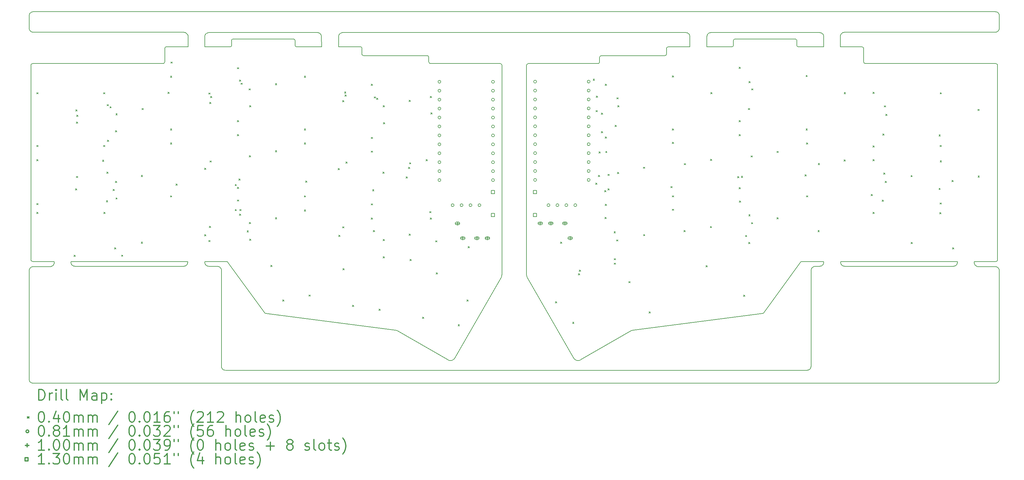
<source format=gbr>
%FSLAX45Y45*%
G04 Gerber Fmt 4.5, Leading zero omitted, Abs format (unit mm)*
G04 Created by KiCad (PCBNEW 5.1.5+dfsg1-2~bpo10+1) date 2020-11-03 09:18:59*
%MOMM*%
%LPD*%
G04 APERTURE LIST*
%TA.AperFunction,Profile*%
%ADD10C,0.200000*%
%TD*%
%ADD11C,0.200000*%
%ADD12C,0.300000*%
G04 APERTURE END LIST*
D10*
X11526550Y-10267000D02*
X11510818Y-10262657D01*
X11510818Y-10262657D02*
X11494267Y-10258946D01*
X11494267Y-10258946D02*
X11477035Y-10255985D01*
X11477035Y-10255985D02*
X11461094Y-10254046D01*
X6704390Y-8316663D02*
X6692765Y-8308003D01*
X6692765Y-8308003D02*
X6677894Y-8302800D01*
X6677894Y-8302800D02*
X6669034Y-8302007D01*
X7758693Y-9762379D02*
X7770203Y-9770964D01*
X7770203Y-9770964D02*
X7785039Y-9776193D01*
X7785039Y-9776193D02*
X7794049Y-9777009D01*
X14471321Y-8761772D02*
X14478272Y-8748362D01*
X14478272Y-8748362D02*
X14484137Y-8734027D01*
X14484137Y-8734027D02*
X14488930Y-8718214D01*
X14488930Y-8718214D02*
X14492252Y-8701436D01*
X14492252Y-8701436D02*
X14493931Y-8683023D01*
X14493931Y-8683023D02*
X14494030Y-8674523D01*
X10518882Y-2401771D02*
X10518882Y-2251911D01*
X12369016Y-2451809D02*
X10568920Y-2451809D01*
X14494030Y-2727017D02*
X14491052Y-2709993D01*
X14491052Y-2709993D02*
X14483948Y-2696917D01*
X14483948Y-2696917D02*
X14473872Y-2686908D01*
X14473872Y-2686908D02*
X14460831Y-2679923D01*
X14460831Y-2679923D02*
X14444042Y-2677030D01*
X14493978Y-2726890D02*
X14493978Y-8674295D01*
X5571750Y-8302031D02*
X2256750Y-8302031D01*
X1119037Y-2727017D02*
X1118860Y-8251893D01*
X4868912Y-2676853D02*
X1169050Y-2677030D01*
X8568926Y-1976829D02*
X6868906Y-1976829D01*
X8618964Y-2151835D02*
X8618964Y-2026867D01*
X10468844Y-2201873D02*
X9856750Y-2201873D01*
X11526550Y-10267000D02*
X12955958Y-11093108D01*
X12418800Y-2501847D02*
X12419029Y-2627018D01*
X12419029Y-2502024D02*
X12416057Y-2484993D01*
X12416057Y-2484993D02*
X12408956Y-2471911D01*
X12408956Y-2471911D02*
X12398925Y-2461930D01*
X12398925Y-2461930D02*
X12385918Y-2454936D01*
X12385918Y-2454936D02*
X12369042Y-2452012D01*
X4918950Y-2251911D02*
X4918950Y-2626815D01*
X6768830Y-2201873D02*
X6057750Y-2201873D01*
X6819046Y-2027019D02*
X6818868Y-2151835D01*
X14443940Y-2676853D02*
X12469041Y-2677030D01*
X1119037Y-8252020D02*
X1122036Y-8269103D01*
X1122036Y-8269103D02*
X1129079Y-8282068D01*
X1129079Y-8282068D02*
X1139101Y-8292059D01*
X1139101Y-8292059D02*
X1152108Y-8299069D01*
X1152108Y-8299069D02*
X1169049Y-8302007D01*
X1169049Y-8302007D02*
X1169050Y-8302007D01*
X1169050Y-2677030D02*
X1151965Y-2680020D01*
X1151965Y-2680020D02*
X1138981Y-2687068D01*
X1138981Y-2687068D02*
X1128955Y-2697134D01*
X1128955Y-2697134D02*
X1121958Y-2710149D01*
X1121958Y-2710149D02*
X1119037Y-2727017D01*
X1119037Y-2727017D02*
X1119037Y-2727017D01*
X4869039Y-2677030D02*
X4886123Y-2674039D01*
X4886123Y-2674039D02*
X4899107Y-2666991D01*
X4899107Y-2666991D02*
X4909133Y-2656926D01*
X4909133Y-2656926D02*
X4916127Y-2643919D01*
X4916127Y-2643919D02*
X4919051Y-2627043D01*
X4919051Y-2627043D02*
X4919051Y-2627018D01*
X4969038Y-2202025D02*
X4951960Y-2205022D01*
X4951960Y-2205022D02*
X4938983Y-2212072D01*
X4938983Y-2212072D02*
X4928912Y-2222205D01*
X4928912Y-2222205D02*
X4921918Y-2235294D01*
X4921918Y-2235294D02*
X4919051Y-2252013D01*
X6769033Y-2202025D02*
X6786118Y-2199034D01*
X6786118Y-2199034D02*
X6799102Y-2191986D01*
X6799102Y-2191986D02*
X6809127Y-2181921D01*
X6809127Y-2181921D02*
X6816121Y-2168914D01*
X6816121Y-2168914D02*
X6819046Y-2152038D01*
X6819046Y-2152038D02*
X6819046Y-2152013D01*
X6869033Y-1977007D02*
X6851949Y-1980005D01*
X6851949Y-1980005D02*
X6838969Y-1987060D01*
X6838969Y-1987060D02*
X6828948Y-1997131D01*
X6828948Y-1997131D02*
X6821945Y-2010186D01*
X6821945Y-2010186D02*
X6819046Y-2027019D01*
X6819046Y-2027019D02*
X6819046Y-2027019D01*
X8619041Y-2027019D02*
X8616070Y-2009988D01*
X8616070Y-2009988D02*
X8608968Y-1996905D01*
X8608968Y-1996905D02*
X8598936Y-1986925D01*
X8598936Y-1986925D02*
X8585929Y-1979930D01*
X8585929Y-1979930D02*
X8569053Y-1977007D01*
X8569053Y-1977007D02*
X8569053Y-1977007D01*
X8619041Y-2152013D02*
X8622031Y-2169097D01*
X8622031Y-2169097D02*
X8629067Y-2182066D01*
X8629067Y-2182066D02*
X8639144Y-2192107D01*
X8639144Y-2192107D02*
X8652196Y-2199117D01*
X8652196Y-2199117D02*
X8669028Y-2202025D01*
X8669028Y-2202025D02*
X8669053Y-2202025D01*
X10519035Y-2252013D02*
X10516057Y-2234988D01*
X10516057Y-2234988D02*
X10508954Y-2221912D01*
X10508954Y-2221912D02*
X10498877Y-2211903D01*
X10498877Y-2211903D02*
X10485837Y-2204918D01*
X10485837Y-2204918D02*
X10469048Y-2202025D01*
X10519035Y-2402025D02*
X10522034Y-2419108D01*
X10522034Y-2419108D02*
X10529077Y-2432073D01*
X10529077Y-2432073D02*
X10539099Y-2442064D01*
X10539099Y-2442064D02*
X10552106Y-2449073D01*
X10552106Y-2449073D02*
X10569047Y-2452012D01*
X13148770Y-11055161D02*
X14471372Y-8761925D01*
X13148460Y-11055623D02*
X13148770Y-11055161D01*
X12955958Y-11093108D02*
X12968600Y-11100697D01*
X12968600Y-11100697D02*
X12982358Y-11107061D01*
X12982358Y-11107061D02*
X12997579Y-11112106D01*
X12997579Y-11112106D02*
X13014393Y-11115504D01*
X13014393Y-11115504D02*
X13033176Y-11116804D01*
X13033176Y-11116804D02*
X13052074Y-11115538D01*
X13052074Y-11115538D02*
X13068790Y-11112218D01*
X13068790Y-11112218D02*
X13084031Y-11107257D01*
X13084031Y-11107257D02*
X13098425Y-11100666D01*
X13098425Y-11100666D02*
X13110948Y-11093169D01*
X13110948Y-11093169D02*
X13123286Y-11083817D01*
X13123286Y-11083817D02*
X13133583Y-11074103D01*
X13133583Y-11074103D02*
X13142927Y-11063266D01*
X13142927Y-11063266D02*
X13148460Y-11055623D01*
X7794049Y-9777009D02*
X11461094Y-10254046D01*
X6704390Y-8316663D02*
X7758693Y-9762379D01*
X12419029Y-2627018D02*
X12422019Y-2644102D01*
X12422019Y-2644102D02*
X12429056Y-2657071D01*
X12429056Y-2657071D02*
X12439133Y-2667112D01*
X12439133Y-2667112D02*
X12452185Y-2674122D01*
X12452185Y-2674122D02*
X12469017Y-2677030D01*
X12469017Y-2677030D02*
X12469041Y-2677030D01*
X8669053Y-2202025D02*
X9372750Y-2202025D01*
X4969038Y-2202025D02*
X5581750Y-2202025D01*
X1169050Y-8302007D02*
X1780750Y-8302031D01*
X6669034Y-8302007D02*
X6055750Y-8302107D01*
X23020466Y-8302807D02*
X23632750Y-8302807D01*
X28520450Y-8302807D02*
X27907750Y-8302807D01*
X24720462Y-2202825D02*
X24107750Y-2202825D01*
X21020447Y-2202825D02*
X20316750Y-2202825D01*
X17220483Y-2677830D02*
X17220459Y-2677830D01*
X17270471Y-2627818D02*
X17267480Y-2644902D01*
X17267480Y-2644902D02*
X17260432Y-2657886D01*
X17260432Y-2657886D02*
X17250366Y-2667912D01*
X17250366Y-2667912D02*
X17237359Y-2674906D01*
X17237359Y-2674906D02*
X17220483Y-2677830D01*
X22985109Y-8317463D02*
X21930807Y-9763179D01*
X21930807Y-9763179D02*
X21919297Y-9771764D01*
X21919297Y-9771764D02*
X21904478Y-9776989D01*
X21904478Y-9776989D02*
X21895451Y-9777809D01*
X21895451Y-9777809D02*
X18228406Y-10254846D01*
X16733542Y-11093908D02*
X16720948Y-11101472D01*
X16720948Y-11101472D02*
X16707141Y-11107861D01*
X16707141Y-11107861D02*
X16691869Y-11112919D01*
X16691869Y-11112919D02*
X16675185Y-11116293D01*
X16675185Y-11116293D02*
X16656479Y-11117604D01*
X16656479Y-11117604D02*
X16637683Y-11116372D01*
X16637683Y-11116372D02*
X16620910Y-11113070D01*
X16620910Y-11113070D02*
X16605468Y-11108057D01*
X16605468Y-11108057D02*
X16591631Y-11101759D01*
X16591631Y-11101759D02*
X16578924Y-11094219D01*
X16578924Y-11094219D02*
X16567357Y-11085580D01*
X16567357Y-11085580D02*
X16556782Y-11075801D01*
X16556782Y-11075801D02*
X16547270Y-11064957D01*
X16547270Y-11064957D02*
X16541040Y-11056423D01*
X16541040Y-11056423D02*
X16540730Y-11055961D01*
X16540730Y-11055961D02*
X15218128Y-8762725D01*
X19170465Y-2402825D02*
X19167472Y-2419890D01*
X19167472Y-2419890D02*
X19160411Y-2432888D01*
X19160411Y-2432888D02*
X19150310Y-2442931D01*
X19150310Y-2442931D02*
X19137177Y-2449950D01*
X19137177Y-2449950D02*
X19120453Y-2452812D01*
X19170465Y-2252813D02*
X19173461Y-2235734D01*
X19173461Y-2235734D02*
X19180512Y-2222757D01*
X19180512Y-2222757D02*
X19190645Y-2212686D01*
X19190645Y-2212686D02*
X19203734Y-2205692D01*
X19203734Y-2205692D02*
X19220452Y-2202825D01*
X21020472Y-2202825D02*
X21020447Y-2202825D01*
X21070459Y-2152813D02*
X21067469Y-2169897D01*
X21067469Y-2169897D02*
X21060421Y-2182881D01*
X21060421Y-2182881D02*
X21050355Y-2192907D01*
X21050355Y-2192907D02*
X21037348Y-2199901D01*
X21037348Y-2199901D02*
X21020472Y-2202825D01*
X21120447Y-1977807D02*
X21120447Y-1977807D01*
X21070459Y-2027819D02*
X21073449Y-2010734D01*
X21073449Y-2010734D02*
X21080497Y-1997750D01*
X21080497Y-1997750D02*
X21090563Y-1987725D01*
X21090563Y-1987725D02*
X21103579Y-1980727D01*
X21103579Y-1980727D02*
X21120447Y-1977807D01*
X22870454Y-2027819D02*
X22870454Y-2027819D01*
X22820467Y-1977807D02*
X22837550Y-1980805D01*
X22837550Y-1980805D02*
X22850515Y-1987848D01*
X22850515Y-1987848D02*
X22860506Y-1997870D01*
X22860506Y-1997870D02*
X22867516Y-2010878D01*
X22867516Y-2010878D02*
X22870454Y-2027819D01*
X22870454Y-2152838D02*
X22870454Y-2152813D01*
X22920466Y-2202825D02*
X22903435Y-2199854D01*
X22903435Y-2199854D02*
X22890353Y-2192752D01*
X22890353Y-2192752D02*
X22880338Y-2182675D01*
X22880338Y-2182675D02*
X22873349Y-2169633D01*
X22873349Y-2169633D02*
X22870454Y-2152838D01*
X24720462Y-2202825D02*
X24737539Y-2205822D01*
X24737539Y-2205822D02*
X24750501Y-2212861D01*
X24750501Y-2212861D02*
X24760492Y-2222877D01*
X24760492Y-2222877D02*
X24767542Y-2235986D01*
X24767542Y-2235986D02*
X24770449Y-2252813D01*
X24770449Y-2627843D02*
X24770449Y-2627818D01*
X24820461Y-2677830D02*
X24803430Y-2674859D01*
X24803430Y-2674859D02*
X24790347Y-2667757D01*
X24790347Y-2667757D02*
X24780333Y-2657680D01*
X24780333Y-2657680D02*
X24773344Y-2644638D01*
X24773344Y-2644638D02*
X24770449Y-2627843D01*
X28570463Y-2727817D02*
X28570463Y-2727817D01*
X28520450Y-2677830D02*
X28537534Y-2680820D01*
X28537534Y-2680820D02*
X28550503Y-2687857D01*
X28550503Y-2687857D02*
X28560544Y-2697934D01*
X28560544Y-2697934D02*
X28567554Y-2710985D01*
X28567554Y-2710985D02*
X28570463Y-2727817D01*
X28520451Y-8302807D02*
X28520450Y-8302807D01*
X28570463Y-8252820D02*
X28567470Y-8269885D01*
X28567470Y-8269885D02*
X28560409Y-8282883D01*
X28560409Y-8282883D02*
X28550308Y-8292926D01*
X28550308Y-8292926D02*
X28537175Y-8299946D01*
X28537175Y-8299946D02*
X28520451Y-8302807D01*
X22985109Y-8317463D02*
X22996550Y-8308903D01*
X22996550Y-8308903D02*
X23011342Y-8303648D01*
X23011342Y-8303648D02*
X23020466Y-8302807D01*
X15245559Y-2677653D02*
X17220459Y-2677830D01*
X22870632Y-2027667D02*
X22870632Y-2152635D01*
X22920670Y-2202673D02*
X23631750Y-2202673D01*
X24770550Y-2252711D02*
X24770550Y-2627615D01*
X17270471Y-2502824D02*
X17273461Y-2485740D01*
X17273461Y-2485740D02*
X17280509Y-2472756D01*
X17280509Y-2472756D02*
X17290575Y-2462730D01*
X17290575Y-2462730D02*
X17303590Y-2455733D01*
X17303590Y-2455733D02*
X17320458Y-2452812D01*
X17270700Y-2502647D02*
X17270471Y-2627818D01*
X18162950Y-10267800D02*
X16733542Y-11093908D01*
X19220656Y-2202673D02*
X19832750Y-2202673D01*
X21070536Y-2152635D02*
X21070536Y-2027667D01*
X21120574Y-1977629D02*
X22820594Y-1977629D01*
X24820588Y-2677653D02*
X28520450Y-2677830D01*
X28570463Y-2727817D02*
X28570640Y-8252693D01*
X24117750Y-8302731D02*
X27432750Y-8302731D01*
X15195522Y-2727690D02*
X15195522Y-8675095D01*
X15195470Y-2727817D02*
X15198466Y-2710739D01*
X15198466Y-2710739D02*
X15205517Y-2697762D01*
X15205517Y-2697762D02*
X15215650Y-2687691D01*
X15215650Y-2687691D02*
X15228740Y-2680697D01*
X15228740Y-2680697D02*
X15245458Y-2677830D01*
X17320484Y-2452609D02*
X19120580Y-2452609D01*
X19170618Y-2402571D02*
X19170618Y-2252711D01*
X15218179Y-8762572D02*
X15211302Y-8749324D01*
X15211302Y-8749324D02*
X15205422Y-8734994D01*
X15205422Y-8734994D02*
X15200700Y-8719531D01*
X15200700Y-8719531D02*
X15197338Y-8702852D01*
X15197338Y-8702852D02*
X15195598Y-8684582D01*
X15195598Y-8684582D02*
X15195470Y-8675323D01*
X18162950Y-10267800D02*
X18178681Y-10263457D01*
X18178681Y-10263457D02*
X18195232Y-10259746D01*
X18195232Y-10259746D02*
X18212464Y-10256785D01*
X18212464Y-10256785D02*
X18228406Y-10254846D01*
X2256250Y-8325300D02*
X2258600Y-8347600D01*
X2256250Y-8324700D02*
X2256250Y-8325300D01*
X2256750Y-8302031D02*
X2256250Y-8324700D01*
X1778860Y-8348800D02*
X1778770Y-8349300D01*
X1778960Y-8348400D02*
X1778860Y-8348800D01*
X1778960Y-8348300D02*
X1778960Y-8348400D01*
X1778960Y-8348300D02*
X1778960Y-8348300D01*
X1778960Y-8348300D02*
X1778960Y-8348300D01*
X1781230Y-8325200D02*
X1778960Y-8348300D01*
X1781230Y-8325200D02*
X1781230Y-8325200D01*
X1781250Y-8325000D02*
X1781230Y-8325200D01*
X1780750Y-8302031D02*
X1781250Y-8325000D01*
X1068750Y-8562500D02*
X1068750Y-11649700D01*
X28619450Y-8560800D02*
X28619550Y-11648600D01*
X6582070Y-11374500D02*
X6601660Y-11384900D01*
X19798350Y-1830660D02*
X19781150Y-1816630D01*
X19781150Y-1816630D02*
X19761550Y-1806210D01*
X28586450Y-11729000D02*
X28600450Y-11711800D01*
X28030250Y-8447600D02*
X28007150Y-8445300D01*
X6056250Y-1912500D02*
X6057750Y-2201873D01*
X6058440Y-1890160D02*
X6056250Y-1912500D01*
X6064860Y-1868910D02*
X6058440Y-1890160D01*
X6075280Y-1849320D02*
X6064860Y-1868910D01*
X6089300Y-1832120D02*
X6075280Y-1849320D01*
X6106410Y-1817970D02*
X6089300Y-1832120D01*
X6125930Y-1807410D02*
X6106410Y-1817970D01*
X6147130Y-1800850D02*
X6125930Y-1807410D01*
X6169440Y-1798500D02*
X6147130Y-1800850D01*
X6170020Y-1798500D02*
X6169440Y-1798500D01*
X9257260Y-1798500D02*
X6170020Y-1798500D01*
X9279590Y-1800690D02*
X9257260Y-1798500D01*
X9300840Y-1807110D02*
X9279590Y-1800690D01*
X9320430Y-1817530D02*
X9300840Y-1807110D01*
X9337630Y-1831560D02*
X9320430Y-1817530D01*
X9351780Y-1848660D02*
X9337630Y-1831560D01*
X9362340Y-1868180D02*
X9351780Y-1848660D01*
X9368900Y-1889380D02*
X9362340Y-1868180D01*
X9371250Y-1911690D02*
X9368900Y-1889380D01*
X9371250Y-1912270D02*
X9371250Y-1911690D01*
X9372750Y-2202025D02*
X9371250Y-1912270D01*
X20317050Y-1911600D02*
X20316750Y-2202825D01*
X20319150Y-1889260D02*
X20317050Y-1911600D01*
X20325650Y-1868010D02*
X20319150Y-1889260D01*
X20336050Y-1848420D02*
X20325650Y-1868010D01*
X20350050Y-1831220D02*
X20336050Y-1848420D01*
X20367150Y-1817070D02*
X20350050Y-1831220D01*
X20386650Y-1806510D02*
X20367150Y-1817070D01*
X20407850Y-1799950D02*
X20386650Y-1806510D01*
X20430150Y-1797600D02*
X20407850Y-1799950D01*
X20430750Y-1797600D02*
X20430150Y-1797600D01*
X23518050Y-1797600D02*
X20430750Y-1797600D01*
X23540350Y-1799790D02*
X23518050Y-1797600D01*
X23561550Y-1806210D02*
X23540350Y-1799790D01*
X23581150Y-1816630D02*
X23561550Y-1806210D01*
X23598350Y-1830660D02*
X23581150Y-1816630D01*
X23612550Y-1847760D02*
X23598350Y-1830660D01*
X23623050Y-1867280D02*
X23612550Y-1847760D01*
X23629650Y-1888480D02*
X23623050Y-1867280D01*
X23631950Y-1910790D02*
X23629650Y-1888480D01*
X23631950Y-1911370D02*
X23631950Y-1910790D01*
X23631750Y-2202673D02*
X23631950Y-1911370D01*
X5571250Y-8324500D02*
X5571750Y-8302031D01*
X5569060Y-8346800D02*
X5571250Y-8324500D01*
X5562640Y-8368100D02*
X5569060Y-8346800D01*
X5552220Y-8387700D02*
X5562640Y-8368100D01*
X5538200Y-8404900D02*
X5552220Y-8387700D01*
X5521090Y-8419000D02*
X5538200Y-8404900D01*
X5501570Y-8429600D02*
X5521090Y-8419000D01*
X5480370Y-8436200D02*
X5501570Y-8429600D01*
X5458060Y-8438500D02*
X5480370Y-8436200D01*
X5457480Y-8438500D02*
X5458060Y-8438500D01*
X2370240Y-8438500D02*
X5457480Y-8438500D01*
X2347910Y-8436300D02*
X2370240Y-8438500D01*
X2326660Y-8429900D02*
X2347910Y-8436300D01*
X2307070Y-8419500D02*
X2326660Y-8429900D01*
X2289860Y-8405400D02*
X2307070Y-8419500D01*
X2275720Y-8388300D02*
X2289860Y-8405400D01*
X2265160Y-8368800D02*
X2275720Y-8388300D01*
X2258600Y-8347600D02*
X2265160Y-8368800D01*
X27431950Y-8323600D02*
X27432750Y-8302731D01*
X27429850Y-8345900D02*
X27431950Y-8323600D01*
X27423350Y-8367200D02*
X27429850Y-8345900D01*
X27412950Y-8386800D02*
X27423350Y-8367200D01*
X27398950Y-8404000D02*
X27412950Y-8386800D01*
X27381850Y-8418100D02*
X27398950Y-8404000D01*
X27362350Y-8428700D02*
X27381850Y-8418100D01*
X27341150Y-8435300D02*
X27362350Y-8428700D01*
X27318850Y-8437600D02*
X27341150Y-8435300D01*
X27318250Y-8437600D02*
X27318850Y-8437600D01*
X24230950Y-8437600D02*
X27318250Y-8437600D01*
X24208650Y-8435400D02*
X24230950Y-8437600D01*
X24187450Y-8429000D02*
X24208650Y-8435400D01*
X24167850Y-8418600D02*
X24187450Y-8429000D01*
X24150650Y-8404500D02*
X24167850Y-8418600D01*
X24136450Y-8387400D02*
X24150650Y-8404500D01*
X24125950Y-8367900D02*
X24136450Y-8387400D01*
X24119350Y-8346700D02*
X24125950Y-8367900D01*
X24117050Y-8324400D02*
X24119350Y-8346700D01*
X24117050Y-8323800D02*
X24117050Y-8324400D01*
X24117750Y-8302731D02*
X24117050Y-8323800D01*
X9856250Y-1912500D02*
X9856750Y-2201873D01*
X9858450Y-1890160D02*
X9856250Y-1912500D01*
X9864850Y-1868910D02*
X9858450Y-1890160D01*
X9875250Y-1849320D02*
X9864850Y-1868910D01*
X9889350Y-1832120D02*
X9875250Y-1849320D01*
X9906450Y-1817970D02*
X9889350Y-1832120D01*
X9925950Y-1807410D02*
X9906450Y-1817970D01*
X9947150Y-1800850D02*
X9925950Y-1807410D01*
X9969450Y-1798500D02*
X9947150Y-1800850D01*
X9970050Y-1798500D02*
X9969450Y-1798500D01*
X19718050Y-1797600D02*
X9970050Y-1798500D01*
X19740350Y-1799790D02*
X19718050Y-1797600D01*
X19761550Y-1806210D02*
X19740350Y-1799790D01*
X19812550Y-1847760D02*
X19798350Y-1830660D01*
X19823050Y-1867280D02*
X19812550Y-1847760D01*
X19829650Y-1888480D02*
X19823050Y-1867280D01*
X19831950Y-1910790D02*
X19829650Y-1888480D01*
X19831950Y-1911370D02*
X19831950Y-1910790D01*
X19832750Y-2202673D02*
X19831950Y-1911370D01*
X23632050Y-8323600D02*
X23632750Y-8302807D01*
X23629850Y-8345900D02*
X23632050Y-8323600D01*
X23623350Y-8367200D02*
X23629850Y-8345900D01*
X23612950Y-8386800D02*
X23623350Y-8367200D01*
X23598950Y-8404000D02*
X23612950Y-8386800D01*
X23581850Y-8418100D02*
X23598950Y-8404000D01*
X23562350Y-8428700D02*
X23581850Y-8418100D01*
X23541150Y-8435300D02*
X23562350Y-8428700D01*
X23518850Y-8437600D02*
X23541150Y-8435300D01*
X23518250Y-8437600D02*
X23518850Y-8437600D01*
X23399250Y-8437600D02*
X23518250Y-8437600D01*
X23399250Y-8437600D02*
X23399250Y-8437600D01*
X23398650Y-8437600D02*
X23399250Y-8437600D01*
X23398450Y-8437600D02*
X23398650Y-8437600D01*
X23398250Y-8437600D02*
X23398450Y-8437600D01*
X23398150Y-8437600D02*
X23398250Y-8437600D01*
X23375050Y-8440100D02*
X23398150Y-8437600D01*
X23374650Y-8440100D02*
X23375050Y-8440100D01*
X23374250Y-8440200D02*
X23374650Y-8440100D01*
X23374150Y-8440300D02*
X23374250Y-8440200D01*
X23374150Y-8440300D02*
X23374150Y-8440300D01*
X23352050Y-8447100D02*
X23374150Y-8440300D01*
X23351550Y-8447300D02*
X23352050Y-8447100D01*
X23351150Y-8447400D02*
X23351550Y-8447300D01*
X23351150Y-8447500D02*
X23351150Y-8447400D01*
X23351150Y-8447500D02*
X23351150Y-8447500D01*
X23351150Y-8447500D02*
X23351150Y-8447500D01*
X23330750Y-8458500D02*
X23351150Y-8447500D01*
X23330350Y-8458800D02*
X23330750Y-8458500D01*
X23329950Y-8459000D02*
X23330350Y-8458800D01*
X23329950Y-8459100D02*
X23329950Y-8459000D01*
X23312050Y-8473800D02*
X23329950Y-8459100D01*
X23311750Y-8474100D02*
X23312050Y-8473800D01*
X23311450Y-8474500D02*
X23311750Y-8474100D01*
X23311350Y-8474500D02*
X23311450Y-8474500D01*
X23296750Y-8492500D02*
X23311350Y-8474500D01*
X23296450Y-8492900D02*
X23296750Y-8492500D01*
X23296250Y-8493200D02*
X23296450Y-8492900D01*
X23296150Y-8493300D02*
X23296250Y-8493200D01*
X23296150Y-8493300D02*
X23296150Y-8493300D01*
X23296150Y-8493300D02*
X23296150Y-8493300D01*
X23285250Y-8513800D02*
X23296150Y-8493300D01*
X23285150Y-8514200D02*
X23285250Y-8513800D01*
X23284950Y-8514600D02*
X23285150Y-8514200D01*
X23284950Y-8514700D02*
X23284950Y-8514600D01*
X23278250Y-8536800D02*
X23284950Y-8514700D01*
X23278150Y-8537300D02*
X23278250Y-8536800D01*
X23278050Y-8537700D02*
X23278150Y-8537300D01*
X23278050Y-8537800D02*
X23278050Y-8537700D01*
X23278050Y-8537800D02*
X23278050Y-8537800D01*
X23278050Y-8537800D02*
X23278050Y-8537800D01*
X23275750Y-8560900D02*
X23278050Y-8537800D01*
X23275750Y-8560900D02*
X23275750Y-8560900D01*
X23275750Y-8561100D02*
X23275750Y-8560900D01*
X23275750Y-11278600D02*
X23275750Y-8561100D01*
X23273550Y-11300900D02*
X23275750Y-11278600D01*
X23267150Y-11322200D02*
X23273550Y-11300900D01*
X23256750Y-11341800D02*
X23267150Y-11322200D01*
X23242650Y-11359000D02*
X23256750Y-11341800D01*
X23225550Y-11373100D02*
X23242650Y-11359000D01*
X23206050Y-11383700D02*
X23225550Y-11373100D01*
X23184850Y-11390300D02*
X23206050Y-11383700D01*
X23162550Y-11392600D02*
X23184850Y-11390300D01*
X23161950Y-11392600D02*
X23162550Y-11392600D01*
X6645450Y-11393400D02*
X23161950Y-11392600D01*
X6622910Y-11391300D02*
X6645240Y-11393500D01*
X6601660Y-11384900D02*
X6622910Y-11391300D01*
X6564860Y-11360400D02*
X6582070Y-11374500D01*
X6550720Y-11343300D02*
X6564860Y-11360400D01*
X6540160Y-11323800D02*
X6550720Y-11343300D01*
X6533600Y-11302600D02*
X6540160Y-11323800D01*
X6531250Y-11280300D02*
X6533600Y-11302600D01*
X6531250Y-11279700D02*
X6531250Y-11280300D01*
X6531250Y-8562000D02*
X6531250Y-11279700D01*
X6531250Y-8562000D02*
X6531250Y-8562000D01*
X6531250Y-8561400D02*
X6531250Y-8562000D01*
X6531220Y-8561200D02*
X6531250Y-8561400D01*
X6531230Y-8561000D02*
X6531220Y-8561200D01*
X6531220Y-8560900D02*
X6531230Y-8561000D01*
X6528800Y-8537900D02*
X6531220Y-8560900D01*
X6528710Y-8537400D02*
X6528800Y-8537900D01*
X6528620Y-8537000D02*
X6528710Y-8537400D01*
X6528600Y-8536900D02*
X6528620Y-8537000D01*
X6521750Y-8514800D02*
X6528600Y-8536900D01*
X6521570Y-8514300D02*
X6521750Y-8514800D01*
X6521400Y-8513900D02*
X6521570Y-8514300D01*
X6521370Y-8513900D02*
X6521400Y-8513900D01*
X6521370Y-8513900D02*
X6521370Y-8513900D01*
X6521370Y-8513900D02*
X6521370Y-8513900D01*
X6510350Y-8493500D02*
X6521370Y-8513900D01*
X6510090Y-8493100D02*
X6510350Y-8493500D01*
X6509840Y-8492700D02*
X6510090Y-8493100D01*
X6509800Y-8492700D02*
X6509840Y-8492700D01*
X6495030Y-8474800D02*
X6509800Y-8492700D01*
X6494700Y-8474500D02*
X6495030Y-8474800D01*
X6494390Y-8474200D02*
X6494700Y-8474500D01*
X6494340Y-8474100D02*
X6494390Y-8474200D01*
X6476380Y-8459500D02*
X6494340Y-8474100D01*
X6476000Y-8459200D02*
X6476380Y-8459500D01*
X6475620Y-8459000D02*
X6476000Y-8459200D01*
X6475560Y-8458900D02*
X6475620Y-8459000D01*
X6475560Y-8458900D02*
X6475560Y-8458900D01*
X6475560Y-8458900D02*
X6475560Y-8458900D01*
X6455100Y-8448000D02*
X6475560Y-8458900D01*
X6454680Y-8447900D02*
X6455100Y-8448000D01*
X6454260Y-8447700D02*
X6454680Y-8447900D01*
X6454200Y-8447700D02*
X6454260Y-8447700D01*
X6432010Y-8441000D02*
X6454200Y-8447700D01*
X6431560Y-8440900D02*
X6432010Y-8441000D01*
X6431120Y-8440800D02*
X6431560Y-8440900D01*
X6431050Y-8440800D02*
X6431120Y-8440800D01*
X6431050Y-8440800D02*
X6431050Y-8440800D01*
X6431050Y-8440800D02*
X6431050Y-8440800D01*
X6407990Y-8438500D02*
X6431050Y-8440800D01*
X6407990Y-8438500D02*
X6407990Y-8438500D01*
X6407740Y-8438500D02*
X6407990Y-8438500D01*
X6170240Y-8438500D02*
X6407740Y-8438500D01*
X6147910Y-8436300D02*
X6170240Y-8438500D01*
X6126660Y-8429900D02*
X6147910Y-8436300D01*
X6107070Y-8419500D02*
X6126660Y-8429900D01*
X6089860Y-8405400D02*
X6107070Y-8419500D01*
X6075720Y-8388300D02*
X6089860Y-8405400D01*
X6065160Y-8368800D02*
X6075720Y-8388300D01*
X6058600Y-8347600D02*
X6065160Y-8368800D01*
X6056250Y-8325300D02*
X6058600Y-8347600D01*
X6056250Y-8324700D02*
X6056250Y-8325300D01*
X6055750Y-8302107D02*
X6056250Y-8324700D01*
X5581250Y-1912010D02*
X5581750Y-2202025D01*
X5581250Y-1912000D02*
X5581250Y-1912010D01*
X5581250Y-1911410D02*
X5581250Y-1912000D01*
X5581220Y-1911190D02*
X5581250Y-1911410D01*
X5581230Y-1910970D02*
X5581220Y-1911190D01*
X5581220Y-1910900D02*
X5581230Y-1910970D01*
X5578800Y-1887850D02*
X5581220Y-1910900D01*
X5578710Y-1887410D02*
X5578800Y-1887850D01*
X5578620Y-1886960D02*
X5578710Y-1887410D01*
X5578600Y-1886900D02*
X5578620Y-1886960D01*
X5571750Y-1864760D02*
X5578600Y-1886900D01*
X5571570Y-1864340D02*
X5571750Y-1864760D01*
X5571400Y-1863920D02*
X5571570Y-1864340D01*
X5571370Y-1863860D02*
X5571400Y-1863920D01*
X5571370Y-1863860D02*
X5571370Y-1863860D01*
X5571370Y-1863860D02*
X5571370Y-1863860D01*
X5560350Y-1843470D02*
X5571370Y-1863860D01*
X5560090Y-1843090D02*
X5560350Y-1843470D01*
X5559840Y-1842710D02*
X5560090Y-1843090D01*
X5559800Y-1842660D02*
X5559840Y-1842710D01*
X5545030Y-1824800D02*
X5559800Y-1842660D01*
X5544700Y-1824480D02*
X5545030Y-1824800D01*
X5544390Y-1824160D02*
X5544700Y-1824480D01*
X5544340Y-1824120D02*
X5544390Y-1824160D01*
X5526380Y-1809470D02*
X5544340Y-1824120D01*
X5526000Y-1809220D02*
X5526380Y-1809470D01*
X5525620Y-1808960D02*
X5526000Y-1809220D01*
X5525560Y-1808930D02*
X5525620Y-1808960D01*
X5525560Y-1808930D02*
X5525560Y-1808930D01*
X5525560Y-1808930D02*
X5525560Y-1808930D01*
X5505100Y-1798050D02*
X5525560Y-1808930D01*
X5504680Y-1797870D02*
X5505100Y-1798050D01*
X5504260Y-1797700D02*
X5504680Y-1797870D01*
X5504200Y-1797680D02*
X5504260Y-1797700D01*
X5482010Y-1790980D02*
X5504200Y-1797680D01*
X5481560Y-1790890D02*
X5482010Y-1790980D01*
X5481120Y-1790790D02*
X5481560Y-1790890D01*
X5481050Y-1790790D02*
X5481120Y-1790790D01*
X5481050Y-1790790D02*
X5481050Y-1790790D01*
X5481050Y-1790790D02*
X5481050Y-1790790D01*
X5457990Y-1788530D02*
X5481050Y-1790790D01*
X5457990Y-1788530D02*
X5457990Y-1788530D01*
X5457740Y-1788500D02*
X5457990Y-1788530D01*
X1182740Y-1788500D02*
X5457740Y-1788500D01*
X1160410Y-1786310D02*
X1182740Y-1788500D01*
X1139160Y-1779900D02*
X1160410Y-1786310D01*
X1119570Y-1769480D02*
X1139160Y-1779900D01*
X1102360Y-1755450D02*
X1119570Y-1769480D01*
X1088220Y-1738350D02*
X1102360Y-1755450D01*
X1077660Y-1718820D02*
X1088220Y-1738350D01*
X1071100Y-1697620D02*
X1077660Y-1718820D01*
X1068750Y-1675310D02*
X1071100Y-1697620D01*
X1068750Y-1674730D02*
X1068750Y-1675310D01*
X1068750Y-1318750D02*
X1068750Y-1674730D01*
X1070940Y-1296410D02*
X1068750Y-1318750D01*
X1077360Y-1275160D02*
X1070940Y-1296410D01*
X1087780Y-1255570D02*
X1077360Y-1275160D01*
X1101800Y-1238370D02*
X1087780Y-1255570D01*
X1118910Y-1224220D02*
X1101800Y-1238370D01*
X1138430Y-1213660D02*
X1118910Y-1224220D01*
X1159630Y-1207100D02*
X1138430Y-1213660D01*
X1181940Y-1204750D02*
X1159630Y-1207100D01*
X1182520Y-1204750D02*
X1181940Y-1204750D01*
X28505550Y-1203850D02*
X1182520Y-1204750D01*
X28527850Y-1206040D02*
X28505550Y-1203850D01*
X28549050Y-1212460D02*
X28527850Y-1206040D01*
X28568650Y-1222880D02*
X28549050Y-1212460D01*
X28585850Y-1236910D02*
X28568650Y-1222880D01*
X28600050Y-1254010D02*
X28585850Y-1236910D01*
X28610550Y-1273530D02*
X28600050Y-1254010D01*
X28617150Y-1294730D02*
X28610550Y-1273530D01*
X28619450Y-1317040D02*
X28617150Y-1294730D01*
X28619450Y-1317620D02*
X28619450Y-1317040D01*
X28619550Y-1673610D02*
X28619450Y-1317620D01*
X28617350Y-1695940D02*
X28619550Y-1673610D01*
X28610850Y-1717190D02*
X28617350Y-1695940D01*
X28600450Y-1736790D02*
X28610850Y-1717190D01*
X28586450Y-1753990D02*
X28600450Y-1736790D01*
X28569350Y-1768140D02*
X28586450Y-1753990D01*
X28549850Y-1778690D02*
X28569350Y-1768140D01*
X28528650Y-1785260D02*
X28549850Y-1778690D01*
X28506350Y-1787600D02*
X28528650Y-1785260D01*
X28505750Y-1787600D02*
X28506350Y-1787600D01*
X24230550Y-1787600D02*
X28505750Y-1787600D01*
X24230450Y-1787600D02*
X24230550Y-1787600D01*
X24229950Y-1787600D02*
X24230450Y-1787600D01*
X24229650Y-1787630D02*
X24229950Y-1787600D01*
X24229450Y-1787630D02*
X24229650Y-1787630D01*
X24229350Y-1787630D02*
X24229450Y-1787630D01*
X24206350Y-1790050D02*
X24229350Y-1787630D01*
X24205950Y-1790150D02*
X24206350Y-1790050D01*
X24205450Y-1790230D02*
X24205950Y-1790150D01*
X24205350Y-1790250D02*
X24205450Y-1790230D01*
X24205350Y-1790250D02*
X24205350Y-1790250D01*
X24183250Y-1797100D02*
X24205350Y-1790250D01*
X24182850Y-1797280D02*
X24183250Y-1797100D01*
X24182450Y-1797450D02*
X24182850Y-1797280D01*
X24182350Y-1797480D02*
X24182450Y-1797450D01*
X24182350Y-1797480D02*
X24182350Y-1797480D01*
X24182350Y-1797480D02*
X24182350Y-1797480D01*
X24161950Y-1808510D02*
X24182350Y-1797480D01*
X24161550Y-1808760D02*
X24161950Y-1808510D01*
X24161250Y-1809010D02*
X24161550Y-1808760D01*
X24161150Y-1809050D02*
X24161250Y-1809010D01*
X24143350Y-1823820D02*
X24161150Y-1809050D01*
X24142950Y-1824150D02*
X24143350Y-1823820D01*
X24142650Y-1824460D02*
X24142950Y-1824150D01*
X24142650Y-1824520D02*
X24142650Y-1824460D01*
X24127950Y-1842480D02*
X24142650Y-1824520D01*
X24127750Y-1842850D02*
X24127950Y-1842480D01*
X24127450Y-1843230D02*
X24127750Y-1842850D01*
X24127450Y-1843290D02*
X24127450Y-1843230D01*
X24127450Y-1843290D02*
X24127450Y-1843290D01*
X24127450Y-1843290D02*
X24127450Y-1843290D01*
X24116550Y-1863750D02*
X24127450Y-1843290D01*
X24116350Y-1864170D02*
X24116550Y-1863750D01*
X24116150Y-1864590D02*
X24116350Y-1864170D01*
X24116150Y-1864650D02*
X24116150Y-1864590D01*
X24109450Y-1886840D02*
X24116150Y-1864650D01*
X24109350Y-1887290D02*
X24109450Y-1886840D01*
X24109250Y-1887730D02*
X24109350Y-1887290D01*
X24109250Y-1887800D02*
X24109250Y-1887730D01*
X24109250Y-1887800D02*
X24109250Y-1887800D01*
X24109250Y-1887800D02*
X24109250Y-1887800D01*
X24107050Y-1910860D02*
X24109250Y-1887800D01*
X24106950Y-1911110D02*
X24107050Y-1910860D01*
X24107750Y-2202825D02*
X24106950Y-1911110D01*
X27906950Y-8324100D02*
X27907750Y-8302807D01*
X27907050Y-8324100D02*
X27906950Y-8324100D01*
X27907050Y-8324700D02*
X27907050Y-8324100D01*
X27907050Y-8324900D02*
X27907050Y-8324700D01*
X27907050Y-8325100D02*
X27907050Y-8324900D01*
X27907050Y-8325200D02*
X27907050Y-8325100D01*
X27909450Y-8348300D02*
X27907050Y-8325200D01*
X27909550Y-8348700D02*
X27909450Y-8348300D01*
X27909650Y-8349100D02*
X27909550Y-8348700D01*
X27909650Y-8349200D02*
X27909650Y-8349100D01*
X27916550Y-8371300D02*
X27909650Y-8349200D01*
X27916650Y-8371800D02*
X27916550Y-8371300D01*
X27916850Y-8372200D02*
X27916650Y-8371800D01*
X27916850Y-8372200D02*
X27916850Y-8372200D01*
X27916850Y-8372200D02*
X27916850Y-8372200D01*
X27916850Y-8372200D02*
X27916850Y-8372200D01*
X27927950Y-8392600D02*
X27916850Y-8372200D01*
X27928150Y-8393000D02*
X27927950Y-8392600D01*
X27928450Y-8393400D02*
X27928150Y-8393000D01*
X27928450Y-8393400D02*
X27928450Y-8393400D01*
X27943250Y-8411300D02*
X27928450Y-8393400D01*
X27943550Y-8411600D02*
X27943250Y-8411300D01*
X27943850Y-8411900D02*
X27943550Y-8411600D01*
X27943950Y-8412000D02*
X27943850Y-8411900D01*
X27943950Y-8412000D02*
X27943950Y-8412000D01*
X27943950Y-8412000D02*
X27943950Y-8412000D01*
X27961850Y-8426600D02*
X27943950Y-8412000D01*
X27962250Y-8426900D02*
X27961850Y-8426600D01*
X27962650Y-8427100D02*
X27962250Y-8426900D01*
X27962650Y-8427200D02*
X27962650Y-8427100D01*
X27962650Y-8427200D02*
X27962650Y-8427200D01*
X27983150Y-8438100D02*
X27962650Y-8427200D01*
X27983550Y-8438200D02*
X27983150Y-8438100D01*
X27983950Y-8438400D02*
X27983550Y-8438200D01*
X27984050Y-8438400D02*
X27983950Y-8438400D01*
X28006250Y-8445100D02*
X27984050Y-8438400D01*
X28006650Y-8445200D02*
X28006250Y-8445100D01*
X28007150Y-8445300D02*
X28006650Y-8445200D01*
X28007150Y-8445300D02*
X28007150Y-8445300D01*
X28007150Y-8445300D02*
X28007150Y-8445300D01*
X28007150Y-8445300D02*
X28007150Y-8445300D01*
X28030250Y-8447600D02*
X28030250Y-8447600D01*
X28030550Y-8447600D02*
X28030250Y-8447600D01*
X28505550Y-8447600D02*
X28030550Y-8447600D01*
X28527850Y-8449800D02*
X28505550Y-8447600D01*
X28549050Y-8456200D02*
X28527850Y-8449800D01*
X28568650Y-8466600D02*
X28549050Y-8456200D01*
X28585850Y-8480700D02*
X28568650Y-8466600D01*
X28600050Y-8497800D02*
X28585850Y-8480700D01*
X28610550Y-8517300D02*
X28600050Y-8497800D01*
X28617150Y-8538500D02*
X28610550Y-8517300D01*
X28619450Y-8560800D02*
X28617150Y-8538500D01*
X28617350Y-11670900D02*
X28619550Y-11648600D01*
X28610850Y-11692200D02*
X28617350Y-11670900D01*
X28600450Y-11711800D02*
X28610850Y-11692200D01*
X28569350Y-11743100D02*
X28586450Y-11729000D01*
X28549850Y-11753700D02*
X28569350Y-11743100D01*
X28528650Y-11760300D02*
X28549850Y-11753700D01*
X28506350Y-11762600D02*
X28528650Y-11760300D01*
X28505750Y-11762600D02*
X28506350Y-11762600D01*
X1182740Y-11763500D02*
X28505750Y-11762600D01*
X1160410Y-11761300D02*
X1182740Y-11763500D01*
X1139160Y-11754900D02*
X1160410Y-11761300D01*
X1119570Y-11744500D02*
X1139160Y-11754900D01*
X1102360Y-11730400D02*
X1119570Y-11744500D01*
X1088220Y-11713300D02*
X1102360Y-11730400D01*
X1077660Y-11693800D02*
X1088220Y-11713300D01*
X1071100Y-11672600D02*
X1077660Y-11693800D01*
X1068750Y-11650300D02*
X1071100Y-11672600D01*
X1068750Y-11649700D02*
X1068750Y-11650300D01*
X1070940Y-8540200D02*
X1068750Y-8562500D01*
X1077360Y-8518900D02*
X1070940Y-8540200D01*
X1087780Y-8499300D02*
X1077360Y-8518900D01*
X1101800Y-8482100D02*
X1087780Y-8499300D01*
X1118910Y-8468000D02*
X1101800Y-8482100D01*
X1138430Y-8457400D02*
X1118910Y-8468000D01*
X1159630Y-8450800D02*
X1138430Y-8457400D01*
X1181940Y-8448500D02*
X1159630Y-8450800D01*
X1182520Y-8448500D02*
X1181940Y-8448500D01*
X1657740Y-8448500D02*
X1182520Y-8448500D01*
X1657750Y-8448500D02*
X1657740Y-8448500D01*
X1658350Y-8448500D02*
X1657750Y-8448500D01*
X1658560Y-8448500D02*
X1658350Y-8448500D01*
X1658780Y-8448500D02*
X1658560Y-8448500D01*
X1658850Y-8448500D02*
X1658780Y-8448500D01*
X1681900Y-8446000D02*
X1658850Y-8448500D01*
X1682350Y-8446000D02*
X1681900Y-8446000D01*
X1682790Y-8445900D02*
X1682350Y-8446000D01*
X1682860Y-8445900D02*
X1682790Y-8445900D01*
X1705000Y-8439000D02*
X1682860Y-8445900D01*
X1705420Y-8438800D02*
X1705000Y-8439000D01*
X1705830Y-8438700D02*
X1705420Y-8438800D01*
X1705900Y-8438600D02*
X1705830Y-8438700D01*
X1705900Y-8438600D02*
X1705900Y-8438600D01*
X1705900Y-8438600D02*
X1705900Y-8438600D01*
X1726280Y-8427600D02*
X1705900Y-8438600D01*
X1726660Y-8427300D02*
X1726280Y-8427600D01*
X1727040Y-8427100D02*
X1726660Y-8427300D01*
X1727090Y-8427100D02*
X1727040Y-8427100D01*
X1744950Y-8412300D02*
X1727090Y-8427100D01*
X1745270Y-8412000D02*
X1744950Y-8412300D01*
X1745590Y-8411600D02*
X1745270Y-8412000D01*
X1745640Y-8411600D02*
X1745590Y-8411600D01*
X1745640Y-8411600D02*
X1745640Y-8411600D01*
X1745640Y-8411600D02*
X1745640Y-8411600D01*
X1760280Y-8393600D02*
X1745640Y-8411600D01*
X1760540Y-8393200D02*
X1760280Y-8393600D01*
X1760790Y-8392900D02*
X1760540Y-8393200D01*
X1760820Y-8392800D02*
X1760790Y-8392900D01*
X1771700Y-8372400D02*
X1760820Y-8392800D01*
X1771880Y-8371900D02*
X1771700Y-8372400D01*
X1772060Y-8371500D02*
X1771880Y-8371900D01*
X1772080Y-8371400D02*
X1772060Y-8371500D01*
X1778770Y-8349300D02*
X1772080Y-8371400D01*
D11*
X1280750Y-3500500D02*
X1320750Y-3540500D01*
X1320750Y-3500500D02*
X1280750Y-3540500D01*
X1280750Y-5000500D02*
X1320750Y-5040500D01*
X1320750Y-5000500D02*
X1280750Y-5040500D01*
X1280750Y-5400500D02*
X1320750Y-5440500D01*
X1320750Y-5400500D02*
X1280750Y-5440500D01*
X1280750Y-6650500D02*
X1320750Y-6690500D01*
X1320750Y-6650500D02*
X1280750Y-6690500D01*
X1280750Y-6900500D02*
X1320750Y-6940500D01*
X1320750Y-6900500D02*
X1280750Y-6940500D01*
X2340750Y-8120500D02*
X2380750Y-8160500D01*
X2380750Y-8120500D02*
X2340750Y-8160500D01*
X2380750Y-6230500D02*
X2420750Y-6270500D01*
X2420750Y-6230500D02*
X2380750Y-6270500D01*
X2390750Y-3990500D02*
X2430750Y-4030500D01*
X2430750Y-3990500D02*
X2390750Y-4030500D01*
X2410750Y-4337001D02*
X2450750Y-4377001D01*
X2450750Y-4337001D02*
X2410750Y-4377001D01*
X2410750Y-5880500D02*
X2450750Y-5920500D01*
X2450750Y-5880500D02*
X2410750Y-5920500D01*
X2420273Y-4140999D02*
X2460273Y-4180999D01*
X2460273Y-4140999D02*
X2420273Y-4180999D01*
X3150750Y-5420500D02*
X3190750Y-5460500D01*
X3190750Y-5420500D02*
X3150750Y-5460500D01*
X3176484Y-4999491D02*
X3216484Y-5039491D01*
X3216484Y-4999491D02*
X3176484Y-5039491D01*
X3180750Y-3500500D02*
X3220750Y-3540500D01*
X3220750Y-3500500D02*
X3180750Y-3540500D01*
X3190750Y-6900500D02*
X3230750Y-6940500D01*
X3230750Y-6900500D02*
X3190750Y-6940500D01*
X3259695Y-6569445D02*
X3299695Y-6609445D01*
X3299695Y-6569445D02*
X3259695Y-6609445D01*
X3273250Y-5760500D02*
X3313250Y-5800500D01*
X3313250Y-5760500D02*
X3273250Y-5800500D01*
X3283250Y-3840500D02*
X3323250Y-3880500D01*
X3323250Y-3840500D02*
X3283250Y-3880500D01*
X3290750Y-4850500D02*
X3330750Y-4890500D01*
X3330750Y-4850500D02*
X3290750Y-4890500D01*
X3360750Y-3900500D02*
X3400750Y-3940500D01*
X3400750Y-3900500D02*
X3360750Y-3940500D01*
X3452750Y-6252000D02*
X3492750Y-6292000D01*
X3492750Y-6252000D02*
X3452750Y-6292000D01*
X3490750Y-7910500D02*
X3530750Y-7950500D01*
X3530750Y-7910500D02*
X3490750Y-7950500D01*
X3520750Y-4580500D02*
X3560750Y-4620500D01*
X3560750Y-4580500D02*
X3520750Y-4620500D01*
X3520750Y-6020500D02*
X3560750Y-6060500D01*
X3560750Y-6020500D02*
X3520750Y-6060500D01*
X3530750Y-4100500D02*
X3570750Y-4140500D01*
X3570750Y-4100500D02*
X3530750Y-4140500D01*
X3530750Y-6490500D02*
X3570750Y-6530500D01*
X3570750Y-6490500D02*
X3530750Y-6530500D01*
X3690750Y-8115500D02*
X3730750Y-8155500D01*
X3730750Y-8115500D02*
X3690750Y-8155500D01*
X4250750Y-5850500D02*
X4290750Y-5890500D01*
X4290750Y-5850500D02*
X4250750Y-5890500D01*
X4250750Y-7750500D02*
X4290750Y-7790500D01*
X4290750Y-7750500D02*
X4250750Y-7790500D01*
X4270750Y-3950500D02*
X4310750Y-3990500D01*
X4310750Y-3950500D02*
X4270750Y-3990500D01*
X5010750Y-3490500D02*
X5050750Y-3530500D01*
X5050750Y-3490500D02*
X5010750Y-3530500D01*
X5080750Y-3030500D02*
X5120750Y-3070500D01*
X5120750Y-3030500D02*
X5080750Y-3070500D01*
X5080750Y-4530500D02*
X5120750Y-4570500D01*
X5120750Y-4530500D02*
X5080750Y-4570500D01*
X5080750Y-4930500D02*
X5120750Y-4970500D01*
X5120750Y-4930500D02*
X5080750Y-4970500D01*
X5080750Y-6430500D02*
X5120750Y-6470500D01*
X5120750Y-6430500D02*
X5080750Y-6470500D01*
X5090750Y-2630500D02*
X5130750Y-2670500D01*
X5130750Y-2630500D02*
X5090750Y-2670500D01*
X5237708Y-6097458D02*
X5277708Y-6137458D01*
X5277708Y-6097458D02*
X5237708Y-6137458D01*
X6047717Y-7533533D02*
X6087717Y-7573533D01*
X6087717Y-7533533D02*
X6047717Y-7573533D01*
X6050750Y-5645500D02*
X6090750Y-5685500D01*
X6090750Y-5645500D02*
X6050750Y-5685500D01*
X6170750Y-3510500D02*
X6210750Y-3550500D01*
X6210750Y-3510500D02*
X6170750Y-3550500D01*
X6170750Y-7700500D02*
X6210750Y-7740500D01*
X6210750Y-7700500D02*
X6170750Y-7740500D01*
X6183251Y-7300500D02*
X6223251Y-7340500D01*
X6223251Y-7300500D02*
X6183251Y-7340500D01*
X6190751Y-3775499D02*
X6230751Y-3815499D01*
X6230751Y-3775499D02*
X6190751Y-3815499D01*
X6203251Y-5440500D02*
X6243251Y-5480500D01*
X6243251Y-5440500D02*
X6203251Y-5480500D01*
X6218750Y-3604695D02*
X6258750Y-3644695D01*
X6258750Y-3604695D02*
X6218750Y-3644695D01*
X6918250Y-6110500D02*
X6958250Y-6150500D01*
X6958250Y-6110500D02*
X6918250Y-6150500D01*
X6918250Y-6820500D02*
X6958250Y-6860500D01*
X6958250Y-6820500D02*
X6918250Y-6860500D01*
X6980750Y-2790500D02*
X7020750Y-2830500D01*
X7020750Y-2790500D02*
X6980750Y-2830500D01*
X6980750Y-4290500D02*
X7020750Y-4330500D01*
X7020750Y-4290500D02*
X6980750Y-4330500D01*
X6980750Y-4690500D02*
X7020750Y-4730500D01*
X7020750Y-4690500D02*
X6980750Y-4730500D01*
X6980750Y-6190500D02*
X7020750Y-6230500D01*
X7020750Y-6190500D02*
X6980750Y-6230500D01*
X6980750Y-6550500D02*
X7020750Y-6590500D01*
X7020750Y-6550500D02*
X6980750Y-6590500D01*
X7020750Y-5950500D02*
X7060750Y-5990500D01*
X7060750Y-5950500D02*
X7020750Y-5990500D01*
X7043250Y-3140500D02*
X7083250Y-3180500D01*
X7083250Y-3140500D02*
X7043250Y-3180500D01*
X7043250Y-6950500D02*
X7083250Y-6990500D01*
X7083250Y-6950500D02*
X7043250Y-6990500D01*
X7050750Y-6820500D02*
X7090750Y-6860500D01*
X7090750Y-6820500D02*
X7050750Y-6860500D01*
X7080750Y-3230500D02*
X7120750Y-3270500D01*
X7120750Y-3230500D02*
X7080750Y-3270500D01*
X7255750Y-7424000D02*
X7295750Y-7464000D01*
X7295750Y-7424000D02*
X7255750Y-7464000D01*
X7310750Y-3390500D02*
X7350750Y-3430500D01*
X7350750Y-3390500D02*
X7310750Y-3430500D01*
X7320750Y-5290500D02*
X7360750Y-5330500D01*
X7360750Y-5290500D02*
X7320750Y-5330500D01*
X7320750Y-7190500D02*
X7360750Y-7230500D01*
X7360750Y-7190500D02*
X7320750Y-7230500D01*
X7330750Y-3870500D02*
X7370750Y-3910500D01*
X7370750Y-3870500D02*
X7330750Y-3910500D01*
X7330750Y-7660500D02*
X7370750Y-7700500D01*
X7370750Y-7660500D02*
X7330750Y-7700500D01*
X7930750Y-8410500D02*
X7970750Y-8450500D01*
X7970750Y-8410500D02*
X7930750Y-8450500D01*
X8060750Y-3240500D02*
X8100750Y-3280500D01*
X8100750Y-3240500D02*
X8060750Y-3280500D01*
X8060750Y-5150500D02*
X8100750Y-5190500D01*
X8100750Y-5150500D02*
X8060750Y-5190500D01*
X8060750Y-7050500D02*
X8100750Y-7090500D01*
X8100750Y-7050500D02*
X8060750Y-7090500D01*
X8270750Y-9390500D02*
X8310750Y-9430500D01*
X8310750Y-9390500D02*
X8270750Y-9430500D01*
X8880750Y-3030500D02*
X8920750Y-3070500D01*
X8920750Y-3030500D02*
X8880750Y-3070500D01*
X8880750Y-4530500D02*
X8920750Y-4570500D01*
X8920750Y-4530500D02*
X8880750Y-4570500D01*
X8880750Y-4930500D02*
X8920750Y-4970500D01*
X8920750Y-4930500D02*
X8880750Y-4970500D01*
X8880750Y-6430500D02*
X8920750Y-6470500D01*
X8920750Y-6430500D02*
X8880750Y-6470500D01*
X8880750Y-6830500D02*
X8920750Y-6870500D01*
X8920750Y-6830500D02*
X8880750Y-6870500D01*
X8920750Y-6010500D02*
X8960750Y-6050500D01*
X8960750Y-6010500D02*
X8920750Y-6050500D01*
X9010750Y-9250500D02*
X9050750Y-9290500D01*
X9050750Y-9250500D02*
X9010750Y-9290500D01*
X9840750Y-5655500D02*
X9880750Y-5695500D01*
X9880750Y-5655500D02*
X9840750Y-5695500D01*
X9860750Y-7550500D02*
X9900750Y-7590500D01*
X9900750Y-7550500D02*
X9860750Y-7590500D01*
X9968250Y-3725500D02*
X10008250Y-3765500D01*
X10008250Y-3725500D02*
X9968250Y-3765500D01*
X9970750Y-7310500D02*
X10010750Y-7350500D01*
X10010750Y-7310500D02*
X9970750Y-7350500D01*
X9980750Y-8500500D02*
X10020750Y-8540500D01*
X10020750Y-8500500D02*
X9980750Y-8540500D01*
X10024370Y-3480343D02*
X10064370Y-3520343D01*
X10064370Y-3480343D02*
X10024370Y-3520343D01*
X10039750Y-3568000D02*
X10079750Y-3608000D01*
X10079750Y-3568000D02*
X10039750Y-3608000D01*
X10065750Y-5470500D02*
X10105750Y-5510500D01*
X10105750Y-5470500D02*
X10065750Y-5510500D01*
X10250750Y-9540500D02*
X10290750Y-9580500D01*
X10290750Y-9540500D02*
X10250750Y-9580500D01*
X10780750Y-3260500D02*
X10820750Y-3300500D01*
X10820750Y-3260500D02*
X10780750Y-3300500D01*
X10780750Y-4770500D02*
X10820750Y-4810500D01*
X10820750Y-4770500D02*
X10780750Y-4810500D01*
X10780750Y-5160500D02*
X10820750Y-5200500D01*
X10820750Y-5160500D02*
X10780750Y-5200500D01*
X10780750Y-6660500D02*
X10820750Y-6700500D01*
X10820750Y-6660500D02*
X10780750Y-6700500D01*
X10780750Y-7060500D02*
X10820750Y-7100500D01*
X10820750Y-7060500D02*
X10780750Y-7100500D01*
X10820750Y-6260500D02*
X10860750Y-6300500D01*
X10860750Y-6260500D02*
X10820750Y-6300500D01*
X10843250Y-7420500D02*
X10883250Y-7460500D01*
X10883250Y-7420500D02*
X10843250Y-7460500D01*
X10866251Y-3619372D02*
X10906251Y-3659372D01*
X10906251Y-3619372D02*
X10866251Y-3659372D01*
X10936252Y-3660500D02*
X10976252Y-3700500D01*
X10976252Y-3660500D02*
X10936252Y-3700500D01*
X11000750Y-9650500D02*
X11040750Y-9690500D01*
X11040750Y-9650500D02*
X11000750Y-9690500D01*
X11110750Y-5760500D02*
X11150750Y-5800500D01*
X11150750Y-5760500D02*
X11110750Y-5800500D01*
X11120750Y-3870500D02*
X11160750Y-3910500D01*
X11160750Y-3870500D02*
X11120750Y-3910500D01*
X11120750Y-7670500D02*
X11160750Y-7710500D01*
X11160750Y-7670500D02*
X11120750Y-7710500D01*
X11120750Y-8160500D02*
X11160750Y-8200500D01*
X11160750Y-8160500D02*
X11120750Y-8200500D01*
X11130750Y-4350500D02*
X11170750Y-4390500D01*
X11170750Y-4350500D02*
X11130750Y-4390500D01*
X11770750Y-5890500D02*
X11810750Y-5930500D01*
X11810750Y-5890500D02*
X11770750Y-5930500D01*
X11840750Y-5620500D02*
X11880750Y-5660500D01*
X11880750Y-5620500D02*
X11840750Y-5660500D01*
X11860750Y-3720500D02*
X11900750Y-3760500D01*
X11900750Y-3720500D02*
X11860750Y-3760500D01*
X11860750Y-7520500D02*
X11900750Y-7560500D01*
X11900750Y-7520500D02*
X11860750Y-7560500D01*
X11870750Y-5490500D02*
X11910750Y-5530500D01*
X11910750Y-5490500D02*
X11870750Y-5530500D01*
X11880750Y-8240500D02*
X11920750Y-8280500D01*
X11920750Y-8240500D02*
X11880750Y-8280500D01*
X12240750Y-9880500D02*
X12280750Y-9920500D01*
X12280750Y-9880500D02*
X12240750Y-9920500D01*
X12340750Y-5400500D02*
X12380750Y-5440500D01*
X12380750Y-5400500D02*
X12340750Y-5440500D01*
X12440750Y-6880500D02*
X12480750Y-6920500D01*
X12480750Y-6880500D02*
X12440750Y-6920500D01*
X12460750Y-3610500D02*
X12500750Y-3650500D01*
X12500750Y-3610500D02*
X12460750Y-3650500D01*
X12460750Y-7060500D02*
X12500750Y-7100500D01*
X12500750Y-7060500D02*
X12460750Y-7100500D01*
X12475751Y-4070500D02*
X12515751Y-4110500D01*
X12515751Y-4070500D02*
X12475751Y-4110500D01*
X12609750Y-7710500D02*
X12649750Y-7750500D01*
X12649750Y-7710500D02*
X12609750Y-7750500D01*
X12629374Y-8618235D02*
X12669374Y-8658235D01*
X12669374Y-8618235D02*
X12629374Y-8658235D01*
X13250750Y-10090500D02*
X13290750Y-10130500D01*
X13290750Y-10090500D02*
X13250750Y-10130500D01*
X13500069Y-9391177D02*
X13540069Y-9431177D01*
X13540069Y-9391177D02*
X13500069Y-9431177D01*
X13534750Y-7876000D02*
X13574750Y-7916000D01*
X13574750Y-7876000D02*
X13534750Y-7916000D01*
X16013750Y-9443500D02*
X16053750Y-9483500D01*
X16053750Y-9443500D02*
X16013750Y-9483500D01*
X16160750Y-7750500D02*
X16200750Y-7790500D01*
X16200750Y-7750500D02*
X16160750Y-7790500D01*
X16500750Y-10025500D02*
X16540750Y-10065500D01*
X16540750Y-10025500D02*
X16500750Y-10065500D01*
X16668750Y-8647500D02*
X16708750Y-8687500D01*
X16708750Y-8647500D02*
X16668750Y-8687500D01*
X16691056Y-8542806D02*
X16731056Y-8582806D01*
X16731056Y-8542806D02*
X16691056Y-8582806D01*
X17086376Y-3118902D02*
X17126376Y-3158902D01*
X17126376Y-3118902D02*
X17086376Y-3158902D01*
X17158750Y-6069500D02*
X17198750Y-6109500D01*
X17198750Y-6069500D02*
X17158750Y-6109500D01*
X17165749Y-4010500D02*
X17205749Y-4050500D01*
X17205749Y-4010500D02*
X17165749Y-4050500D01*
X17173450Y-3600500D02*
X17213450Y-3640500D01*
X17213450Y-3600500D02*
X17173450Y-3640500D01*
X17233750Y-5851500D02*
X17273750Y-5891500D01*
X17273750Y-5851500D02*
X17233750Y-5891500D01*
X17250750Y-5184500D02*
X17290750Y-5224500D01*
X17290750Y-5184500D02*
X17250750Y-5224500D01*
X17315750Y-4081500D02*
X17355750Y-4121500D01*
X17355750Y-4081500D02*
X17315750Y-4121500D01*
X17315750Y-4606500D02*
X17355750Y-4646500D01*
X17355750Y-4606500D02*
X17315750Y-4646500D01*
X17409750Y-6281500D02*
X17449750Y-6321500D01*
X17449750Y-6281500D02*
X17409750Y-6321500D01*
X17421750Y-7047500D02*
X17461750Y-7087500D01*
X17461750Y-7047500D02*
X17421750Y-7087500D01*
X17430750Y-3260500D02*
X17470750Y-3300500D01*
X17470750Y-3260500D02*
X17430750Y-3300500D01*
X17430750Y-4760500D02*
X17470750Y-4800500D01*
X17470750Y-4760500D02*
X17430750Y-4800500D01*
X17430750Y-6670500D02*
X17470750Y-6710500D01*
X17470750Y-6670500D02*
X17430750Y-6710500D01*
X17440750Y-5170500D02*
X17480750Y-5210500D01*
X17480750Y-5170500D02*
X17440750Y-5210500D01*
X17503250Y-5821501D02*
X17543250Y-5861501D01*
X17543250Y-5821501D02*
X17503250Y-5861501D01*
X17503250Y-6230000D02*
X17543250Y-6270000D01*
X17543250Y-6230000D02*
X17503250Y-6270000D01*
X17678750Y-7448500D02*
X17718750Y-7488500D01*
X17718750Y-7448500D02*
X17678750Y-7488500D01*
X17683750Y-8218500D02*
X17723750Y-8258500D01*
X17723750Y-8218500D02*
X17683750Y-8258500D01*
X17684249Y-8345500D02*
X17724249Y-8385500D01*
X17724249Y-8345500D02*
X17684249Y-8385500D01*
X17705344Y-4426939D02*
X17745344Y-4466939D01*
X17745344Y-4426939D02*
X17705344Y-4466939D01*
X17750750Y-7683500D02*
X17790750Y-7723500D01*
X17790750Y-7683500D02*
X17750750Y-7723500D01*
X17757750Y-3644500D02*
X17797750Y-3684500D01*
X17797750Y-3644500D02*
X17757750Y-3684500D01*
X17773750Y-5766500D02*
X17813750Y-5806500D01*
X17813750Y-5766500D02*
X17773750Y-5806500D01*
X17783751Y-3870500D02*
X17823751Y-3910500D01*
X17823751Y-3870500D02*
X17783751Y-3910500D01*
X18098750Y-8869500D02*
X18138750Y-8909500D01*
X18138750Y-8869500D02*
X18098750Y-8909500D01*
X18513750Y-5618500D02*
X18553750Y-5658500D01*
X18553750Y-5618500D02*
X18513750Y-5658500D01*
X18516750Y-7532500D02*
X18556750Y-7572500D01*
X18556750Y-7532500D02*
X18516750Y-7572500D01*
X18674750Y-9728500D02*
X18714750Y-9768500D01*
X18714750Y-9728500D02*
X18674750Y-9768500D01*
X19293750Y-6167500D02*
X19333750Y-6207500D01*
X19333750Y-6167500D02*
X19293750Y-6207500D01*
X19330750Y-3020500D02*
X19370750Y-3060500D01*
X19370750Y-3020500D02*
X19330750Y-3060500D01*
X19330750Y-4530500D02*
X19370750Y-4570500D01*
X19370750Y-4530500D02*
X19330750Y-4570500D01*
X19330750Y-4910500D02*
X19370750Y-4950500D01*
X19370750Y-4910500D02*
X19330750Y-4950500D01*
X19330750Y-6430500D02*
X19370750Y-6470500D01*
X19370750Y-6430500D02*
X19330750Y-6470500D01*
X19331750Y-6812500D02*
X19371750Y-6852500D01*
X19371750Y-6812500D02*
X19331750Y-6852500D01*
X19665750Y-7416500D02*
X19705750Y-7456500D01*
X19705750Y-7416500D02*
X19665750Y-7456500D01*
X19670750Y-5516500D02*
X19710750Y-5556500D01*
X19710750Y-5516500D02*
X19670750Y-5556500D01*
X20288750Y-8413500D02*
X20328750Y-8453500D01*
X20328750Y-8413500D02*
X20288750Y-8453500D01*
X20412750Y-7303500D02*
X20452750Y-7343500D01*
X20452750Y-7303500D02*
X20412750Y-7343500D01*
X20419750Y-5394500D02*
X20459750Y-5434500D01*
X20459750Y-5394500D02*
X20419750Y-5434500D01*
X20423750Y-3498500D02*
X20463750Y-3538500D01*
X20463750Y-3498500D02*
X20423750Y-3538500D01*
X21190750Y-5882000D02*
X21230750Y-5922000D01*
X21230750Y-5882000D02*
X21190750Y-5922000D01*
X21230750Y-2780500D02*
X21270750Y-2820500D01*
X21270750Y-2780500D02*
X21230750Y-2820500D01*
X21230750Y-4290500D02*
X21270750Y-4330500D01*
X21270750Y-4290500D02*
X21230750Y-4330500D01*
X21230750Y-4690500D02*
X21270750Y-4730500D01*
X21270750Y-4690500D02*
X21230750Y-4730500D01*
X21230750Y-6200500D02*
X21270750Y-6240500D01*
X21270750Y-6200500D02*
X21230750Y-6240500D01*
X21235750Y-6578500D02*
X21275750Y-6618500D01*
X21275750Y-6578500D02*
X21235750Y-6618500D01*
X21294750Y-5878000D02*
X21334750Y-5918000D01*
X21334750Y-5878000D02*
X21294750Y-5918000D01*
X21356750Y-9253500D02*
X21396750Y-9293500D01*
X21396750Y-9253500D02*
X21356750Y-9293500D01*
X21412750Y-7556500D02*
X21452750Y-7596500D01*
X21452750Y-7556500D02*
X21412750Y-7596500D01*
X21495249Y-3950886D02*
X21535249Y-3990886D01*
X21535249Y-3950886D02*
X21495249Y-3990886D01*
X21501750Y-7757500D02*
X21541750Y-7797500D01*
X21541750Y-7757500D02*
X21501750Y-7797500D01*
X21505750Y-6971500D02*
X21545750Y-7011500D01*
X21545750Y-6971500D02*
X21505750Y-7011500D01*
X21509750Y-3185500D02*
X21549750Y-3225500D01*
X21549750Y-3185500D02*
X21509750Y-3225500D01*
X21569750Y-5295500D02*
X21609750Y-5335500D01*
X21609750Y-5295500D02*
X21569750Y-5335500D01*
X21580750Y-7193500D02*
X21620750Y-7233500D01*
X21620750Y-7193500D02*
X21580750Y-7233500D01*
X21584750Y-3390500D02*
X21624750Y-3430500D01*
X21624750Y-3390500D02*
X21584750Y-3430500D01*
X22303217Y-5169033D02*
X22343217Y-5209033D01*
X22343217Y-5169033D02*
X22303217Y-5209033D01*
X22306717Y-7052533D02*
X22346717Y-7092533D01*
X22346717Y-7052533D02*
X22306717Y-7092533D01*
X23103445Y-5831305D02*
X23143445Y-5871305D01*
X23143445Y-5831305D02*
X23103445Y-5871305D01*
X23130750Y-3010500D02*
X23170750Y-3050500D01*
X23170750Y-3010500D02*
X23130750Y-3050500D01*
X23130750Y-4530500D02*
X23170750Y-4570500D01*
X23170750Y-4530500D02*
X23130750Y-4570500D01*
X23140750Y-4930500D02*
X23180750Y-4970500D01*
X23180750Y-4930500D02*
X23140750Y-4970500D01*
X23140750Y-6430500D02*
X23180750Y-6470500D01*
X23180750Y-6430500D02*
X23140750Y-6470500D01*
X23470750Y-7415500D02*
X23510750Y-7455500D01*
X23510750Y-7415500D02*
X23470750Y-7455500D01*
X23477750Y-5515500D02*
X23517750Y-5555500D01*
X23517750Y-5515500D02*
X23477750Y-5555500D01*
X24207750Y-5409500D02*
X24247750Y-5449500D01*
X24247750Y-5409500D02*
X24207750Y-5449500D01*
X24213750Y-3494500D02*
X24253750Y-3534500D01*
X24253750Y-3494500D02*
X24213750Y-3534500D01*
X24979750Y-6390001D02*
X25019750Y-6430001D01*
X25019750Y-6390001D02*
X24979750Y-6430001D01*
X25030750Y-3490500D02*
X25070750Y-3530500D01*
X25070750Y-3490500D02*
X25030750Y-3530500D01*
X25030750Y-5010500D02*
X25070750Y-5050500D01*
X25070750Y-5010500D02*
X25030750Y-5050500D01*
X25030750Y-5400500D02*
X25070750Y-5440500D01*
X25070750Y-5400500D02*
X25030750Y-5440500D01*
X25030750Y-6900500D02*
X25070750Y-6940500D01*
X25070750Y-6900500D02*
X25030750Y-6940500D01*
X25297249Y-6553402D02*
X25337249Y-6593402D01*
X25337249Y-6553402D02*
X25297249Y-6593402D01*
X25311499Y-4675665D02*
X25351499Y-4715665D01*
X25351499Y-4675665D02*
X25311499Y-4715665D01*
X25337750Y-5780500D02*
X25377750Y-5820500D01*
X25377750Y-5780500D02*
X25337750Y-5820500D01*
X25355750Y-3874500D02*
X25395750Y-3914500D01*
X25395750Y-3874500D02*
X25355750Y-3914500D01*
X25380750Y-6022500D02*
X25420750Y-6062500D01*
X25420750Y-6022500D02*
X25380750Y-6062500D01*
X25396750Y-4115500D02*
X25436750Y-4155500D01*
X25436750Y-4115500D02*
X25396750Y-4155500D01*
X26110750Y-5854500D02*
X26150750Y-5894500D01*
X26150750Y-5854500D02*
X26110750Y-5894500D01*
X26112750Y-7755500D02*
X26152750Y-7795500D01*
X26152750Y-7755500D02*
X26112750Y-7795500D01*
X26906166Y-6218296D02*
X26946166Y-6258296D01*
X26946166Y-6218296D02*
X26906166Y-6258296D01*
X26908250Y-4701500D02*
X26948250Y-4741500D01*
X26948250Y-4701500D02*
X26908250Y-4741500D01*
X26930750Y-6910500D02*
X26970750Y-6950500D01*
X26970750Y-6910500D02*
X26930750Y-6950500D01*
X26934750Y-6635000D02*
X26974750Y-6675000D01*
X26974750Y-6635000D02*
X26934750Y-6675000D01*
X26939251Y-5000500D02*
X26979251Y-5040500D01*
X26979251Y-5000500D02*
X26939251Y-5040500D01*
X26940750Y-3500500D02*
X26980750Y-3540500D01*
X26980750Y-3500500D02*
X26940750Y-3540500D01*
X26941750Y-5435500D02*
X26981750Y-5475500D01*
X26981750Y-5435500D02*
X26941750Y-5475500D01*
X27277750Y-5997500D02*
X27317750Y-6037500D01*
X27317750Y-5997500D02*
X27277750Y-6037500D01*
X27291750Y-7905500D02*
X27331750Y-7945500D01*
X27331750Y-7905500D02*
X27291750Y-7945500D01*
X28011750Y-3976500D02*
X28051750Y-4016500D01*
X28051750Y-3976500D02*
X28011750Y-4016500D01*
X28016750Y-5869500D02*
X28056750Y-5909500D01*
X28056750Y-5869500D02*
X28016750Y-5909500D01*
X15858390Y-6702000D02*
G75*
G03X15858390Y-6702000I-40640J0D01*
G01*
X16112390Y-6702000D02*
G75*
G03X16112390Y-6702000I-40640J0D01*
G01*
X16366390Y-6702000D02*
G75*
G03X16366390Y-6702000I-40640J0D01*
G01*
X16620390Y-6702000D02*
G75*
G03X16620390Y-6702000I-40640J0D01*
G01*
X13135490Y-6702800D02*
G75*
G03X13135490Y-6702800I-40640J0D01*
G01*
X13389490Y-6702800D02*
G75*
G03X13389490Y-6702800I-40640J0D01*
G01*
X13643490Y-6702800D02*
G75*
G03X13643490Y-6702800I-40640J0D01*
G01*
X13897490Y-6702800D02*
G75*
G03X13897490Y-6702800I-40640J0D01*
G01*
X15478530Y-3191200D02*
G75*
G03X15478530Y-3191200I-40640J0D01*
G01*
X15478530Y-3445200D02*
G75*
G03X15478530Y-3445200I-40640J0D01*
G01*
X15478530Y-3699200D02*
G75*
G03X15478530Y-3699200I-40640J0D01*
G01*
X15478530Y-3953200D02*
G75*
G03X15478530Y-3953200I-40640J0D01*
G01*
X15478530Y-4207200D02*
G75*
G03X15478530Y-4207200I-40640J0D01*
G01*
X15478530Y-4461200D02*
G75*
G03X15478530Y-4461200I-40640J0D01*
G01*
X15478530Y-4715200D02*
G75*
G03X15478530Y-4715200I-40640J0D01*
G01*
X15478530Y-4969200D02*
G75*
G03X15478530Y-4969200I-40640J0D01*
G01*
X15478530Y-5223200D02*
G75*
G03X15478530Y-5223200I-40640J0D01*
G01*
X15478530Y-5477200D02*
G75*
G03X15478530Y-5477200I-40640J0D01*
G01*
X15478530Y-5731200D02*
G75*
G03X15478530Y-5731200I-40640J0D01*
G01*
X15478530Y-5985200D02*
G75*
G03X15478530Y-5985200I-40640J0D01*
G01*
X17000530Y-3191200D02*
G75*
G03X17000530Y-3191200I-40640J0D01*
G01*
X17000530Y-3445200D02*
G75*
G03X17000530Y-3445200I-40640J0D01*
G01*
X17000530Y-3699200D02*
G75*
G03X17000530Y-3699200I-40640J0D01*
G01*
X17000530Y-3953200D02*
G75*
G03X17000530Y-3953200I-40640J0D01*
G01*
X17000530Y-4207200D02*
G75*
G03X17000530Y-4207200I-40640J0D01*
G01*
X17000530Y-4461200D02*
G75*
G03X17000530Y-4461200I-40640J0D01*
G01*
X17000530Y-4715200D02*
G75*
G03X17000530Y-4715200I-40640J0D01*
G01*
X17000530Y-4969200D02*
G75*
G03X17000530Y-4969200I-40640J0D01*
G01*
X17000530Y-5223200D02*
G75*
G03X17000530Y-5223200I-40640J0D01*
G01*
X17000530Y-5477200D02*
G75*
G03X17000530Y-5477200I-40640J0D01*
G01*
X17000530Y-5731200D02*
G75*
G03X17000530Y-5731200I-40640J0D01*
G01*
X17000530Y-5985200D02*
G75*
G03X17000530Y-5985200I-40640J0D01*
G01*
X12761030Y-3194200D02*
G75*
G03X12761030Y-3194200I-40640J0D01*
G01*
X12761030Y-3448200D02*
G75*
G03X12761030Y-3448200I-40640J0D01*
G01*
X12761030Y-3702200D02*
G75*
G03X12761030Y-3702200I-40640J0D01*
G01*
X12761030Y-3956200D02*
G75*
G03X12761030Y-3956200I-40640J0D01*
G01*
X12761030Y-4210200D02*
G75*
G03X12761030Y-4210200I-40640J0D01*
G01*
X12761030Y-4464200D02*
G75*
G03X12761030Y-4464200I-40640J0D01*
G01*
X12761030Y-4718200D02*
G75*
G03X12761030Y-4718200I-40640J0D01*
G01*
X12761030Y-4972200D02*
G75*
G03X12761030Y-4972200I-40640J0D01*
G01*
X12761030Y-5226200D02*
G75*
G03X12761030Y-5226200I-40640J0D01*
G01*
X12761030Y-5480200D02*
G75*
G03X12761030Y-5480200I-40640J0D01*
G01*
X12761030Y-5734200D02*
G75*
G03X12761030Y-5734200I-40640J0D01*
G01*
X12761030Y-5988200D02*
G75*
G03X12761030Y-5988200I-40640J0D01*
G01*
X14283030Y-3194200D02*
G75*
G03X14283030Y-3194200I-40640J0D01*
G01*
X14283030Y-3448200D02*
G75*
G03X14283030Y-3448200I-40640J0D01*
G01*
X14283030Y-3702200D02*
G75*
G03X14283030Y-3702200I-40640J0D01*
G01*
X14283030Y-3956200D02*
G75*
G03X14283030Y-3956200I-40640J0D01*
G01*
X14283030Y-4210200D02*
G75*
G03X14283030Y-4210200I-40640J0D01*
G01*
X14283030Y-4464200D02*
G75*
G03X14283030Y-4464200I-40640J0D01*
G01*
X14283030Y-4718200D02*
G75*
G03X14283030Y-4718200I-40640J0D01*
G01*
X14283030Y-4972200D02*
G75*
G03X14283030Y-4972200I-40640J0D01*
G01*
X14283030Y-5226200D02*
G75*
G03X14283030Y-5226200I-40640J0D01*
G01*
X14283030Y-5480200D02*
G75*
G03X14283030Y-5480200I-40640J0D01*
G01*
X14283030Y-5734200D02*
G75*
G03X14283030Y-5734200I-40640J0D01*
G01*
X14283030Y-5988200D02*
G75*
G03X14283030Y-5988200I-40640J0D01*
G01*
X15583750Y-7167000D02*
X15583750Y-7267000D01*
X15533750Y-7217000D02*
X15633750Y-7217000D01*
X15558750Y-7257000D02*
X15608750Y-7257000D01*
X15558750Y-7177000D02*
X15608750Y-7177000D01*
X15608750Y-7257000D02*
G75*
G03X15608750Y-7177000I0J40000D01*
G01*
X15558750Y-7177000D02*
G75*
G03X15558750Y-7257000I0J-40000D01*
G01*
X15883750Y-7167000D02*
X15883750Y-7267000D01*
X15833750Y-7217000D02*
X15933750Y-7217000D01*
X15858750Y-7257000D02*
X15908750Y-7257000D01*
X15858750Y-7177000D02*
X15908750Y-7177000D01*
X15908750Y-7257000D02*
G75*
G03X15908750Y-7177000I0J40000D01*
G01*
X15858750Y-7177000D02*
G75*
G03X15858750Y-7257000I0J-40000D01*
G01*
X16283750Y-7167000D02*
X16283750Y-7267000D01*
X16233750Y-7217000D02*
X16333750Y-7217000D01*
X16258750Y-7257000D02*
X16308750Y-7257000D01*
X16258750Y-7177000D02*
X16308750Y-7177000D01*
X16308750Y-7257000D02*
G75*
G03X16308750Y-7177000I0J40000D01*
G01*
X16258750Y-7177000D02*
G75*
G03X16258750Y-7257000I0J-40000D01*
G01*
X16433750Y-7587000D02*
X16433750Y-7687000D01*
X16383750Y-7637000D02*
X16483750Y-7637000D01*
X16408750Y-7677000D02*
X16458750Y-7677000D01*
X16408750Y-7597000D02*
X16458750Y-7597000D01*
X16458750Y-7677000D02*
G75*
G03X16458750Y-7597000I0J40000D01*
G01*
X16408750Y-7597000D02*
G75*
G03X16408750Y-7677000I0J-40000D01*
G01*
X13233450Y-7169200D02*
X13233450Y-7269200D01*
X13183450Y-7219200D02*
X13283450Y-7219200D01*
X13258450Y-7179200D02*
X13208450Y-7179200D01*
X13258450Y-7259200D02*
X13208450Y-7259200D01*
X13208450Y-7179200D02*
G75*
G03X13208450Y-7259200I0J-40000D01*
G01*
X13258450Y-7259200D02*
G75*
G03X13258450Y-7179200I0J40000D01*
G01*
X13383450Y-7589200D02*
X13383450Y-7689200D01*
X13333450Y-7639200D02*
X13433450Y-7639200D01*
X13408450Y-7599200D02*
X13358450Y-7599200D01*
X13408450Y-7679200D02*
X13358450Y-7679200D01*
X13358450Y-7599200D02*
G75*
G03X13358450Y-7679200I0J-40000D01*
G01*
X13408450Y-7679200D02*
G75*
G03X13408450Y-7599200I0J40000D01*
G01*
X13783450Y-7589200D02*
X13783450Y-7689200D01*
X13733450Y-7639200D02*
X13833450Y-7639200D01*
X13808450Y-7599200D02*
X13758450Y-7599200D01*
X13808450Y-7679200D02*
X13758450Y-7679200D01*
X13758450Y-7599200D02*
G75*
G03X13758450Y-7679200I0J-40000D01*
G01*
X13808450Y-7679200D02*
G75*
G03X13808450Y-7599200I0J40000D01*
G01*
X14083450Y-7589200D02*
X14083450Y-7689200D01*
X14033450Y-7639200D02*
X14133450Y-7639200D01*
X14108450Y-7599200D02*
X14058450Y-7599200D01*
X14108450Y-7679200D02*
X14058450Y-7679200D01*
X14058450Y-7599200D02*
G75*
G03X14058450Y-7679200I0J-40000D01*
G01*
X14108450Y-7679200D02*
G75*
G03X14108450Y-7599200I0J40000D01*
G01*
X14288412Y-6374062D02*
X14288412Y-6282138D01*
X14196488Y-6282138D01*
X14196488Y-6374062D01*
X14288412Y-6374062D01*
X14288412Y-7024062D02*
X14288412Y-6932138D01*
X14196488Y-6932138D01*
X14196488Y-7024062D01*
X14288412Y-7024062D01*
X15476412Y-6373162D02*
X15476412Y-6281238D01*
X15384488Y-6281238D01*
X15384488Y-6373162D01*
X15476412Y-6373162D01*
X15476412Y-7023162D02*
X15476412Y-6931238D01*
X15384488Y-6931238D01*
X15384488Y-7023162D01*
X15476412Y-7023162D01*
D12*
X1345178Y-12239214D02*
X1345178Y-11939214D01*
X1416607Y-11939214D01*
X1459464Y-11953500D01*
X1488036Y-11982071D01*
X1502321Y-12010643D01*
X1516607Y-12067786D01*
X1516607Y-12110643D01*
X1502321Y-12167786D01*
X1488036Y-12196357D01*
X1459464Y-12224929D01*
X1416607Y-12239214D01*
X1345178Y-12239214D01*
X1645178Y-12239214D02*
X1645178Y-12039214D01*
X1645178Y-12096357D02*
X1659464Y-12067786D01*
X1673750Y-12053500D01*
X1702321Y-12039214D01*
X1730893Y-12039214D01*
X1830893Y-12239214D02*
X1830893Y-12039214D01*
X1830893Y-11939214D02*
X1816607Y-11953500D01*
X1830893Y-11967786D01*
X1845178Y-11953500D01*
X1830893Y-11939214D01*
X1830893Y-11967786D01*
X2016607Y-12239214D02*
X1988036Y-12224929D01*
X1973750Y-12196357D01*
X1973750Y-11939214D01*
X2173750Y-12239214D02*
X2145178Y-12224929D01*
X2130893Y-12196357D01*
X2130893Y-11939214D01*
X2516607Y-12239214D02*
X2516607Y-11939214D01*
X2616607Y-12153500D01*
X2716607Y-11939214D01*
X2716607Y-12239214D01*
X2988036Y-12239214D02*
X2988036Y-12082071D01*
X2973750Y-12053500D01*
X2945178Y-12039214D01*
X2888036Y-12039214D01*
X2859464Y-12053500D01*
X2988036Y-12224929D02*
X2959464Y-12239214D01*
X2888036Y-12239214D01*
X2859464Y-12224929D01*
X2845178Y-12196357D01*
X2845178Y-12167786D01*
X2859464Y-12139214D01*
X2888036Y-12124929D01*
X2959464Y-12124929D01*
X2988036Y-12110643D01*
X3130893Y-12039214D02*
X3130893Y-12339214D01*
X3130893Y-12053500D02*
X3159464Y-12039214D01*
X3216607Y-12039214D01*
X3245178Y-12053500D01*
X3259464Y-12067786D01*
X3273750Y-12096357D01*
X3273750Y-12182071D01*
X3259464Y-12210643D01*
X3245178Y-12224929D01*
X3216607Y-12239214D01*
X3159464Y-12239214D01*
X3130893Y-12224929D01*
X3402321Y-12210643D02*
X3416607Y-12224929D01*
X3402321Y-12239214D01*
X3388036Y-12224929D01*
X3402321Y-12210643D01*
X3402321Y-12239214D01*
X3402321Y-12053500D02*
X3416607Y-12067786D01*
X3402321Y-12082071D01*
X3388036Y-12067786D01*
X3402321Y-12053500D01*
X3402321Y-12082071D01*
X1018750Y-12713500D02*
X1058750Y-12753500D01*
X1058750Y-12713500D02*
X1018750Y-12753500D01*
X1402321Y-12569214D02*
X1430893Y-12569214D01*
X1459464Y-12583500D01*
X1473750Y-12597786D01*
X1488036Y-12626357D01*
X1502321Y-12683500D01*
X1502321Y-12754929D01*
X1488036Y-12812071D01*
X1473750Y-12840643D01*
X1459464Y-12854929D01*
X1430893Y-12869214D01*
X1402321Y-12869214D01*
X1373750Y-12854929D01*
X1359464Y-12840643D01*
X1345178Y-12812071D01*
X1330893Y-12754929D01*
X1330893Y-12683500D01*
X1345178Y-12626357D01*
X1359464Y-12597786D01*
X1373750Y-12583500D01*
X1402321Y-12569214D01*
X1630893Y-12840643D02*
X1645178Y-12854929D01*
X1630893Y-12869214D01*
X1616607Y-12854929D01*
X1630893Y-12840643D01*
X1630893Y-12869214D01*
X1902321Y-12669214D02*
X1902321Y-12869214D01*
X1830893Y-12554929D02*
X1759464Y-12769214D01*
X1945178Y-12769214D01*
X2116607Y-12569214D02*
X2145178Y-12569214D01*
X2173750Y-12583500D01*
X2188036Y-12597786D01*
X2202321Y-12626357D01*
X2216607Y-12683500D01*
X2216607Y-12754929D01*
X2202321Y-12812071D01*
X2188036Y-12840643D01*
X2173750Y-12854929D01*
X2145178Y-12869214D01*
X2116607Y-12869214D01*
X2088036Y-12854929D01*
X2073750Y-12840643D01*
X2059464Y-12812071D01*
X2045178Y-12754929D01*
X2045178Y-12683500D01*
X2059464Y-12626357D01*
X2073750Y-12597786D01*
X2088036Y-12583500D01*
X2116607Y-12569214D01*
X2345178Y-12869214D02*
X2345178Y-12669214D01*
X2345178Y-12697786D02*
X2359464Y-12683500D01*
X2388036Y-12669214D01*
X2430893Y-12669214D01*
X2459464Y-12683500D01*
X2473750Y-12712071D01*
X2473750Y-12869214D01*
X2473750Y-12712071D02*
X2488036Y-12683500D01*
X2516607Y-12669214D01*
X2559464Y-12669214D01*
X2588036Y-12683500D01*
X2602321Y-12712071D01*
X2602321Y-12869214D01*
X2745178Y-12869214D02*
X2745178Y-12669214D01*
X2745178Y-12697786D02*
X2759464Y-12683500D01*
X2788036Y-12669214D01*
X2830893Y-12669214D01*
X2859464Y-12683500D01*
X2873750Y-12712071D01*
X2873750Y-12869214D01*
X2873750Y-12712071D02*
X2888036Y-12683500D01*
X2916607Y-12669214D01*
X2959464Y-12669214D01*
X2988036Y-12683500D01*
X3002321Y-12712071D01*
X3002321Y-12869214D01*
X3588036Y-12554929D02*
X3330893Y-12940643D01*
X3973750Y-12569214D02*
X4002321Y-12569214D01*
X4030893Y-12583500D01*
X4045178Y-12597786D01*
X4059464Y-12626357D01*
X4073750Y-12683500D01*
X4073750Y-12754929D01*
X4059464Y-12812071D01*
X4045178Y-12840643D01*
X4030893Y-12854929D01*
X4002321Y-12869214D01*
X3973750Y-12869214D01*
X3945178Y-12854929D01*
X3930893Y-12840643D01*
X3916607Y-12812071D01*
X3902321Y-12754929D01*
X3902321Y-12683500D01*
X3916607Y-12626357D01*
X3930893Y-12597786D01*
X3945178Y-12583500D01*
X3973750Y-12569214D01*
X4202321Y-12840643D02*
X4216607Y-12854929D01*
X4202321Y-12869214D01*
X4188036Y-12854929D01*
X4202321Y-12840643D01*
X4202321Y-12869214D01*
X4402321Y-12569214D02*
X4430893Y-12569214D01*
X4459464Y-12583500D01*
X4473750Y-12597786D01*
X4488036Y-12626357D01*
X4502321Y-12683500D01*
X4502321Y-12754929D01*
X4488036Y-12812071D01*
X4473750Y-12840643D01*
X4459464Y-12854929D01*
X4430893Y-12869214D01*
X4402321Y-12869214D01*
X4373750Y-12854929D01*
X4359464Y-12840643D01*
X4345178Y-12812071D01*
X4330893Y-12754929D01*
X4330893Y-12683500D01*
X4345178Y-12626357D01*
X4359464Y-12597786D01*
X4373750Y-12583500D01*
X4402321Y-12569214D01*
X4788036Y-12869214D02*
X4616607Y-12869214D01*
X4702321Y-12869214D02*
X4702321Y-12569214D01*
X4673750Y-12612071D01*
X4645178Y-12640643D01*
X4616607Y-12654929D01*
X5045178Y-12569214D02*
X4988036Y-12569214D01*
X4959464Y-12583500D01*
X4945178Y-12597786D01*
X4916607Y-12640643D01*
X4902321Y-12697786D01*
X4902321Y-12812071D01*
X4916607Y-12840643D01*
X4930893Y-12854929D01*
X4959464Y-12869214D01*
X5016607Y-12869214D01*
X5045178Y-12854929D01*
X5059464Y-12840643D01*
X5073750Y-12812071D01*
X5073750Y-12740643D01*
X5059464Y-12712071D01*
X5045178Y-12697786D01*
X5016607Y-12683500D01*
X4959464Y-12683500D01*
X4930893Y-12697786D01*
X4916607Y-12712071D01*
X4902321Y-12740643D01*
X5188036Y-12569214D02*
X5188036Y-12626357D01*
X5302321Y-12569214D02*
X5302321Y-12626357D01*
X5745178Y-12983500D02*
X5730893Y-12969214D01*
X5702321Y-12926357D01*
X5688036Y-12897786D01*
X5673750Y-12854929D01*
X5659464Y-12783500D01*
X5659464Y-12726357D01*
X5673750Y-12654929D01*
X5688036Y-12612071D01*
X5702321Y-12583500D01*
X5730893Y-12540643D01*
X5745178Y-12526357D01*
X5845178Y-12597786D02*
X5859464Y-12583500D01*
X5888036Y-12569214D01*
X5959464Y-12569214D01*
X5988036Y-12583500D01*
X6002321Y-12597786D01*
X6016607Y-12626357D01*
X6016607Y-12654929D01*
X6002321Y-12697786D01*
X5830893Y-12869214D01*
X6016607Y-12869214D01*
X6302321Y-12869214D02*
X6130893Y-12869214D01*
X6216607Y-12869214D02*
X6216607Y-12569214D01*
X6188036Y-12612071D01*
X6159464Y-12640643D01*
X6130893Y-12654929D01*
X6416607Y-12597786D02*
X6430893Y-12583500D01*
X6459464Y-12569214D01*
X6530893Y-12569214D01*
X6559464Y-12583500D01*
X6573750Y-12597786D01*
X6588036Y-12626357D01*
X6588036Y-12654929D01*
X6573750Y-12697786D01*
X6402321Y-12869214D01*
X6588036Y-12869214D01*
X6945178Y-12869214D02*
X6945178Y-12569214D01*
X7073750Y-12869214D02*
X7073750Y-12712071D01*
X7059464Y-12683500D01*
X7030893Y-12669214D01*
X6988036Y-12669214D01*
X6959464Y-12683500D01*
X6945178Y-12697786D01*
X7259464Y-12869214D02*
X7230893Y-12854929D01*
X7216607Y-12840643D01*
X7202321Y-12812071D01*
X7202321Y-12726357D01*
X7216607Y-12697786D01*
X7230893Y-12683500D01*
X7259464Y-12669214D01*
X7302321Y-12669214D01*
X7330893Y-12683500D01*
X7345178Y-12697786D01*
X7359464Y-12726357D01*
X7359464Y-12812071D01*
X7345178Y-12840643D01*
X7330893Y-12854929D01*
X7302321Y-12869214D01*
X7259464Y-12869214D01*
X7530893Y-12869214D02*
X7502321Y-12854929D01*
X7488036Y-12826357D01*
X7488036Y-12569214D01*
X7759464Y-12854929D02*
X7730893Y-12869214D01*
X7673750Y-12869214D01*
X7645178Y-12854929D01*
X7630893Y-12826357D01*
X7630893Y-12712071D01*
X7645178Y-12683500D01*
X7673750Y-12669214D01*
X7730893Y-12669214D01*
X7759464Y-12683500D01*
X7773750Y-12712071D01*
X7773750Y-12740643D01*
X7630893Y-12769214D01*
X7888036Y-12854929D02*
X7916607Y-12869214D01*
X7973750Y-12869214D01*
X8002321Y-12854929D01*
X8016607Y-12826357D01*
X8016607Y-12812071D01*
X8002321Y-12783500D01*
X7973750Y-12769214D01*
X7930893Y-12769214D01*
X7902321Y-12754929D01*
X7888036Y-12726357D01*
X7888036Y-12712071D01*
X7902321Y-12683500D01*
X7930893Y-12669214D01*
X7973750Y-12669214D01*
X8002321Y-12683500D01*
X8116607Y-12983500D02*
X8130893Y-12969214D01*
X8159464Y-12926357D01*
X8173750Y-12897786D01*
X8188036Y-12854929D01*
X8202321Y-12783500D01*
X8202321Y-12726357D01*
X8188036Y-12654929D01*
X8173750Y-12612071D01*
X8159464Y-12583500D01*
X8130893Y-12540643D01*
X8116607Y-12526357D01*
X1058750Y-13129500D02*
G75*
G03X1058750Y-13129500I-40640J0D01*
G01*
X1402321Y-12965214D02*
X1430893Y-12965214D01*
X1459464Y-12979500D01*
X1473750Y-12993786D01*
X1488036Y-13022357D01*
X1502321Y-13079500D01*
X1502321Y-13150929D01*
X1488036Y-13208071D01*
X1473750Y-13236643D01*
X1459464Y-13250929D01*
X1430893Y-13265214D01*
X1402321Y-13265214D01*
X1373750Y-13250929D01*
X1359464Y-13236643D01*
X1345178Y-13208071D01*
X1330893Y-13150929D01*
X1330893Y-13079500D01*
X1345178Y-13022357D01*
X1359464Y-12993786D01*
X1373750Y-12979500D01*
X1402321Y-12965214D01*
X1630893Y-13236643D02*
X1645178Y-13250929D01*
X1630893Y-13265214D01*
X1616607Y-13250929D01*
X1630893Y-13236643D01*
X1630893Y-13265214D01*
X1816607Y-13093786D02*
X1788036Y-13079500D01*
X1773750Y-13065214D01*
X1759464Y-13036643D01*
X1759464Y-13022357D01*
X1773750Y-12993786D01*
X1788036Y-12979500D01*
X1816607Y-12965214D01*
X1873750Y-12965214D01*
X1902321Y-12979500D01*
X1916607Y-12993786D01*
X1930893Y-13022357D01*
X1930893Y-13036643D01*
X1916607Y-13065214D01*
X1902321Y-13079500D01*
X1873750Y-13093786D01*
X1816607Y-13093786D01*
X1788036Y-13108071D01*
X1773750Y-13122357D01*
X1759464Y-13150929D01*
X1759464Y-13208071D01*
X1773750Y-13236643D01*
X1788036Y-13250929D01*
X1816607Y-13265214D01*
X1873750Y-13265214D01*
X1902321Y-13250929D01*
X1916607Y-13236643D01*
X1930893Y-13208071D01*
X1930893Y-13150929D01*
X1916607Y-13122357D01*
X1902321Y-13108071D01*
X1873750Y-13093786D01*
X2216607Y-13265214D02*
X2045178Y-13265214D01*
X2130893Y-13265214D02*
X2130893Y-12965214D01*
X2102321Y-13008071D01*
X2073750Y-13036643D01*
X2045178Y-13050929D01*
X2345178Y-13265214D02*
X2345178Y-13065214D01*
X2345178Y-13093786D02*
X2359464Y-13079500D01*
X2388036Y-13065214D01*
X2430893Y-13065214D01*
X2459464Y-13079500D01*
X2473750Y-13108071D01*
X2473750Y-13265214D01*
X2473750Y-13108071D02*
X2488036Y-13079500D01*
X2516607Y-13065214D01*
X2559464Y-13065214D01*
X2588036Y-13079500D01*
X2602321Y-13108071D01*
X2602321Y-13265214D01*
X2745178Y-13265214D02*
X2745178Y-13065214D01*
X2745178Y-13093786D02*
X2759464Y-13079500D01*
X2788036Y-13065214D01*
X2830893Y-13065214D01*
X2859464Y-13079500D01*
X2873750Y-13108071D01*
X2873750Y-13265214D01*
X2873750Y-13108071D02*
X2888036Y-13079500D01*
X2916607Y-13065214D01*
X2959464Y-13065214D01*
X2988036Y-13079500D01*
X3002321Y-13108071D01*
X3002321Y-13265214D01*
X3588036Y-12950929D02*
X3330893Y-13336643D01*
X3973750Y-12965214D02*
X4002321Y-12965214D01*
X4030893Y-12979500D01*
X4045178Y-12993786D01*
X4059464Y-13022357D01*
X4073750Y-13079500D01*
X4073750Y-13150929D01*
X4059464Y-13208071D01*
X4045178Y-13236643D01*
X4030893Y-13250929D01*
X4002321Y-13265214D01*
X3973750Y-13265214D01*
X3945178Y-13250929D01*
X3930893Y-13236643D01*
X3916607Y-13208071D01*
X3902321Y-13150929D01*
X3902321Y-13079500D01*
X3916607Y-13022357D01*
X3930893Y-12993786D01*
X3945178Y-12979500D01*
X3973750Y-12965214D01*
X4202321Y-13236643D02*
X4216607Y-13250929D01*
X4202321Y-13265214D01*
X4188036Y-13250929D01*
X4202321Y-13236643D01*
X4202321Y-13265214D01*
X4402321Y-12965214D02*
X4430893Y-12965214D01*
X4459464Y-12979500D01*
X4473750Y-12993786D01*
X4488036Y-13022357D01*
X4502321Y-13079500D01*
X4502321Y-13150929D01*
X4488036Y-13208071D01*
X4473750Y-13236643D01*
X4459464Y-13250929D01*
X4430893Y-13265214D01*
X4402321Y-13265214D01*
X4373750Y-13250929D01*
X4359464Y-13236643D01*
X4345178Y-13208071D01*
X4330893Y-13150929D01*
X4330893Y-13079500D01*
X4345178Y-13022357D01*
X4359464Y-12993786D01*
X4373750Y-12979500D01*
X4402321Y-12965214D01*
X4602321Y-12965214D02*
X4788036Y-12965214D01*
X4688036Y-13079500D01*
X4730893Y-13079500D01*
X4759464Y-13093786D01*
X4773750Y-13108071D01*
X4788036Y-13136643D01*
X4788036Y-13208071D01*
X4773750Y-13236643D01*
X4759464Y-13250929D01*
X4730893Y-13265214D01*
X4645178Y-13265214D01*
X4616607Y-13250929D01*
X4602321Y-13236643D01*
X4902321Y-12993786D02*
X4916607Y-12979500D01*
X4945178Y-12965214D01*
X5016607Y-12965214D01*
X5045178Y-12979500D01*
X5059464Y-12993786D01*
X5073750Y-13022357D01*
X5073750Y-13050929D01*
X5059464Y-13093786D01*
X4888036Y-13265214D01*
X5073750Y-13265214D01*
X5188036Y-12965214D02*
X5188036Y-13022357D01*
X5302321Y-12965214D02*
X5302321Y-13022357D01*
X5745178Y-13379500D02*
X5730893Y-13365214D01*
X5702321Y-13322357D01*
X5688036Y-13293786D01*
X5673750Y-13250929D01*
X5659464Y-13179500D01*
X5659464Y-13122357D01*
X5673750Y-13050929D01*
X5688036Y-13008071D01*
X5702321Y-12979500D01*
X5730893Y-12936643D01*
X5745178Y-12922357D01*
X6002321Y-12965214D02*
X5859464Y-12965214D01*
X5845178Y-13108071D01*
X5859464Y-13093786D01*
X5888036Y-13079500D01*
X5959464Y-13079500D01*
X5988036Y-13093786D01*
X6002321Y-13108071D01*
X6016607Y-13136643D01*
X6016607Y-13208071D01*
X6002321Y-13236643D01*
X5988036Y-13250929D01*
X5959464Y-13265214D01*
X5888036Y-13265214D01*
X5859464Y-13250929D01*
X5845178Y-13236643D01*
X6273750Y-12965214D02*
X6216607Y-12965214D01*
X6188036Y-12979500D01*
X6173750Y-12993786D01*
X6145178Y-13036643D01*
X6130893Y-13093786D01*
X6130893Y-13208071D01*
X6145178Y-13236643D01*
X6159464Y-13250929D01*
X6188036Y-13265214D01*
X6245178Y-13265214D01*
X6273750Y-13250929D01*
X6288036Y-13236643D01*
X6302321Y-13208071D01*
X6302321Y-13136643D01*
X6288036Y-13108071D01*
X6273750Y-13093786D01*
X6245178Y-13079500D01*
X6188036Y-13079500D01*
X6159464Y-13093786D01*
X6145178Y-13108071D01*
X6130893Y-13136643D01*
X6659464Y-13265214D02*
X6659464Y-12965214D01*
X6788036Y-13265214D02*
X6788036Y-13108071D01*
X6773750Y-13079500D01*
X6745178Y-13065214D01*
X6702321Y-13065214D01*
X6673750Y-13079500D01*
X6659464Y-13093786D01*
X6973750Y-13265214D02*
X6945178Y-13250929D01*
X6930893Y-13236643D01*
X6916607Y-13208071D01*
X6916607Y-13122357D01*
X6930893Y-13093786D01*
X6945178Y-13079500D01*
X6973750Y-13065214D01*
X7016607Y-13065214D01*
X7045178Y-13079500D01*
X7059464Y-13093786D01*
X7073750Y-13122357D01*
X7073750Y-13208071D01*
X7059464Y-13236643D01*
X7045178Y-13250929D01*
X7016607Y-13265214D01*
X6973750Y-13265214D01*
X7245178Y-13265214D02*
X7216607Y-13250929D01*
X7202321Y-13222357D01*
X7202321Y-12965214D01*
X7473750Y-13250929D02*
X7445178Y-13265214D01*
X7388036Y-13265214D01*
X7359464Y-13250929D01*
X7345178Y-13222357D01*
X7345178Y-13108071D01*
X7359464Y-13079500D01*
X7388036Y-13065214D01*
X7445178Y-13065214D01*
X7473750Y-13079500D01*
X7488036Y-13108071D01*
X7488036Y-13136643D01*
X7345178Y-13165214D01*
X7602321Y-13250929D02*
X7630893Y-13265214D01*
X7688036Y-13265214D01*
X7716607Y-13250929D01*
X7730893Y-13222357D01*
X7730893Y-13208071D01*
X7716607Y-13179500D01*
X7688036Y-13165214D01*
X7645178Y-13165214D01*
X7616607Y-13150929D01*
X7602321Y-13122357D01*
X7602321Y-13108071D01*
X7616607Y-13079500D01*
X7645178Y-13065214D01*
X7688036Y-13065214D01*
X7716607Y-13079500D01*
X7830893Y-13379500D02*
X7845178Y-13365214D01*
X7873750Y-13322357D01*
X7888036Y-13293786D01*
X7902321Y-13250929D01*
X7916607Y-13179500D01*
X7916607Y-13122357D01*
X7902321Y-13050929D01*
X7888036Y-13008071D01*
X7873750Y-12979500D01*
X7845178Y-12936643D01*
X7830893Y-12922357D01*
X1008750Y-13475500D02*
X1008750Y-13575500D01*
X958750Y-13525500D02*
X1058750Y-13525500D01*
X1502321Y-13661214D02*
X1330893Y-13661214D01*
X1416607Y-13661214D02*
X1416607Y-13361214D01*
X1388036Y-13404071D01*
X1359464Y-13432643D01*
X1330893Y-13446929D01*
X1630893Y-13632643D02*
X1645178Y-13646929D01*
X1630893Y-13661214D01*
X1616607Y-13646929D01*
X1630893Y-13632643D01*
X1630893Y-13661214D01*
X1830893Y-13361214D02*
X1859464Y-13361214D01*
X1888036Y-13375500D01*
X1902321Y-13389786D01*
X1916607Y-13418357D01*
X1930893Y-13475500D01*
X1930893Y-13546929D01*
X1916607Y-13604071D01*
X1902321Y-13632643D01*
X1888036Y-13646929D01*
X1859464Y-13661214D01*
X1830893Y-13661214D01*
X1802321Y-13646929D01*
X1788036Y-13632643D01*
X1773750Y-13604071D01*
X1759464Y-13546929D01*
X1759464Y-13475500D01*
X1773750Y-13418357D01*
X1788036Y-13389786D01*
X1802321Y-13375500D01*
X1830893Y-13361214D01*
X2116607Y-13361214D02*
X2145178Y-13361214D01*
X2173750Y-13375500D01*
X2188036Y-13389786D01*
X2202321Y-13418357D01*
X2216607Y-13475500D01*
X2216607Y-13546929D01*
X2202321Y-13604071D01*
X2188036Y-13632643D01*
X2173750Y-13646929D01*
X2145178Y-13661214D01*
X2116607Y-13661214D01*
X2088036Y-13646929D01*
X2073750Y-13632643D01*
X2059464Y-13604071D01*
X2045178Y-13546929D01*
X2045178Y-13475500D01*
X2059464Y-13418357D01*
X2073750Y-13389786D01*
X2088036Y-13375500D01*
X2116607Y-13361214D01*
X2345178Y-13661214D02*
X2345178Y-13461214D01*
X2345178Y-13489786D02*
X2359464Y-13475500D01*
X2388036Y-13461214D01*
X2430893Y-13461214D01*
X2459464Y-13475500D01*
X2473750Y-13504071D01*
X2473750Y-13661214D01*
X2473750Y-13504071D02*
X2488036Y-13475500D01*
X2516607Y-13461214D01*
X2559464Y-13461214D01*
X2588036Y-13475500D01*
X2602321Y-13504071D01*
X2602321Y-13661214D01*
X2745178Y-13661214D02*
X2745178Y-13461214D01*
X2745178Y-13489786D02*
X2759464Y-13475500D01*
X2788036Y-13461214D01*
X2830893Y-13461214D01*
X2859464Y-13475500D01*
X2873750Y-13504071D01*
X2873750Y-13661214D01*
X2873750Y-13504071D02*
X2888036Y-13475500D01*
X2916607Y-13461214D01*
X2959464Y-13461214D01*
X2988036Y-13475500D01*
X3002321Y-13504071D01*
X3002321Y-13661214D01*
X3588036Y-13346929D02*
X3330893Y-13732643D01*
X3973750Y-13361214D02*
X4002321Y-13361214D01*
X4030893Y-13375500D01*
X4045178Y-13389786D01*
X4059464Y-13418357D01*
X4073750Y-13475500D01*
X4073750Y-13546929D01*
X4059464Y-13604071D01*
X4045178Y-13632643D01*
X4030893Y-13646929D01*
X4002321Y-13661214D01*
X3973750Y-13661214D01*
X3945178Y-13646929D01*
X3930893Y-13632643D01*
X3916607Y-13604071D01*
X3902321Y-13546929D01*
X3902321Y-13475500D01*
X3916607Y-13418357D01*
X3930893Y-13389786D01*
X3945178Y-13375500D01*
X3973750Y-13361214D01*
X4202321Y-13632643D02*
X4216607Y-13646929D01*
X4202321Y-13661214D01*
X4188036Y-13646929D01*
X4202321Y-13632643D01*
X4202321Y-13661214D01*
X4402321Y-13361214D02*
X4430893Y-13361214D01*
X4459464Y-13375500D01*
X4473750Y-13389786D01*
X4488036Y-13418357D01*
X4502321Y-13475500D01*
X4502321Y-13546929D01*
X4488036Y-13604071D01*
X4473750Y-13632643D01*
X4459464Y-13646929D01*
X4430893Y-13661214D01*
X4402321Y-13661214D01*
X4373750Y-13646929D01*
X4359464Y-13632643D01*
X4345178Y-13604071D01*
X4330893Y-13546929D01*
X4330893Y-13475500D01*
X4345178Y-13418357D01*
X4359464Y-13389786D01*
X4373750Y-13375500D01*
X4402321Y-13361214D01*
X4602321Y-13361214D02*
X4788036Y-13361214D01*
X4688036Y-13475500D01*
X4730893Y-13475500D01*
X4759464Y-13489786D01*
X4773750Y-13504071D01*
X4788036Y-13532643D01*
X4788036Y-13604071D01*
X4773750Y-13632643D01*
X4759464Y-13646929D01*
X4730893Y-13661214D01*
X4645178Y-13661214D01*
X4616607Y-13646929D01*
X4602321Y-13632643D01*
X4930893Y-13661214D02*
X4988036Y-13661214D01*
X5016607Y-13646929D01*
X5030893Y-13632643D01*
X5059464Y-13589786D01*
X5073750Y-13532643D01*
X5073750Y-13418357D01*
X5059464Y-13389786D01*
X5045178Y-13375500D01*
X5016607Y-13361214D01*
X4959464Y-13361214D01*
X4930893Y-13375500D01*
X4916607Y-13389786D01*
X4902321Y-13418357D01*
X4902321Y-13489786D01*
X4916607Y-13518357D01*
X4930893Y-13532643D01*
X4959464Y-13546929D01*
X5016607Y-13546929D01*
X5045178Y-13532643D01*
X5059464Y-13518357D01*
X5073750Y-13489786D01*
X5188036Y-13361214D02*
X5188036Y-13418357D01*
X5302321Y-13361214D02*
X5302321Y-13418357D01*
X5745178Y-13775500D02*
X5730893Y-13761214D01*
X5702321Y-13718357D01*
X5688036Y-13689786D01*
X5673750Y-13646929D01*
X5659464Y-13575500D01*
X5659464Y-13518357D01*
X5673750Y-13446929D01*
X5688036Y-13404071D01*
X5702321Y-13375500D01*
X5730893Y-13332643D01*
X5745178Y-13318357D01*
X5916607Y-13361214D02*
X5945178Y-13361214D01*
X5973750Y-13375500D01*
X5988036Y-13389786D01*
X6002321Y-13418357D01*
X6016607Y-13475500D01*
X6016607Y-13546929D01*
X6002321Y-13604071D01*
X5988036Y-13632643D01*
X5973750Y-13646929D01*
X5945178Y-13661214D01*
X5916607Y-13661214D01*
X5888036Y-13646929D01*
X5873750Y-13632643D01*
X5859464Y-13604071D01*
X5845178Y-13546929D01*
X5845178Y-13475500D01*
X5859464Y-13418357D01*
X5873750Y-13389786D01*
X5888036Y-13375500D01*
X5916607Y-13361214D01*
X6373750Y-13661214D02*
X6373750Y-13361214D01*
X6502321Y-13661214D02*
X6502321Y-13504071D01*
X6488036Y-13475500D01*
X6459464Y-13461214D01*
X6416607Y-13461214D01*
X6388036Y-13475500D01*
X6373750Y-13489786D01*
X6688036Y-13661214D02*
X6659464Y-13646929D01*
X6645178Y-13632643D01*
X6630893Y-13604071D01*
X6630893Y-13518357D01*
X6645178Y-13489786D01*
X6659464Y-13475500D01*
X6688036Y-13461214D01*
X6730893Y-13461214D01*
X6759464Y-13475500D01*
X6773750Y-13489786D01*
X6788036Y-13518357D01*
X6788036Y-13604071D01*
X6773750Y-13632643D01*
X6759464Y-13646929D01*
X6730893Y-13661214D01*
X6688036Y-13661214D01*
X6959464Y-13661214D02*
X6930893Y-13646929D01*
X6916607Y-13618357D01*
X6916607Y-13361214D01*
X7188036Y-13646929D02*
X7159464Y-13661214D01*
X7102321Y-13661214D01*
X7073750Y-13646929D01*
X7059464Y-13618357D01*
X7059464Y-13504071D01*
X7073750Y-13475500D01*
X7102321Y-13461214D01*
X7159464Y-13461214D01*
X7188036Y-13475500D01*
X7202321Y-13504071D01*
X7202321Y-13532643D01*
X7059464Y-13561214D01*
X7316607Y-13646929D02*
X7345178Y-13661214D01*
X7402321Y-13661214D01*
X7430893Y-13646929D01*
X7445178Y-13618357D01*
X7445178Y-13604071D01*
X7430893Y-13575500D01*
X7402321Y-13561214D01*
X7359464Y-13561214D01*
X7330893Y-13546929D01*
X7316607Y-13518357D01*
X7316607Y-13504071D01*
X7330893Y-13475500D01*
X7359464Y-13461214D01*
X7402321Y-13461214D01*
X7430893Y-13475500D01*
X7802321Y-13546929D02*
X8030893Y-13546929D01*
X7916607Y-13661214D02*
X7916607Y-13432643D01*
X8445178Y-13489786D02*
X8416607Y-13475500D01*
X8402321Y-13461214D01*
X8388036Y-13432643D01*
X8388036Y-13418357D01*
X8402321Y-13389786D01*
X8416607Y-13375500D01*
X8445178Y-13361214D01*
X8502321Y-13361214D01*
X8530893Y-13375500D01*
X8545178Y-13389786D01*
X8559464Y-13418357D01*
X8559464Y-13432643D01*
X8545178Y-13461214D01*
X8530893Y-13475500D01*
X8502321Y-13489786D01*
X8445178Y-13489786D01*
X8416607Y-13504071D01*
X8402321Y-13518357D01*
X8388036Y-13546929D01*
X8388036Y-13604071D01*
X8402321Y-13632643D01*
X8416607Y-13646929D01*
X8445178Y-13661214D01*
X8502321Y-13661214D01*
X8530893Y-13646929D01*
X8545178Y-13632643D01*
X8559464Y-13604071D01*
X8559464Y-13546929D01*
X8545178Y-13518357D01*
X8530893Y-13504071D01*
X8502321Y-13489786D01*
X8902321Y-13646929D02*
X8930893Y-13661214D01*
X8988036Y-13661214D01*
X9016607Y-13646929D01*
X9030893Y-13618357D01*
X9030893Y-13604071D01*
X9016607Y-13575500D01*
X8988036Y-13561214D01*
X8945178Y-13561214D01*
X8916607Y-13546929D01*
X8902321Y-13518357D01*
X8902321Y-13504071D01*
X8916607Y-13475500D01*
X8945178Y-13461214D01*
X8988036Y-13461214D01*
X9016607Y-13475500D01*
X9202321Y-13661214D02*
X9173750Y-13646929D01*
X9159464Y-13618357D01*
X9159464Y-13361214D01*
X9359464Y-13661214D02*
X9330893Y-13646929D01*
X9316607Y-13632643D01*
X9302321Y-13604071D01*
X9302321Y-13518357D01*
X9316607Y-13489786D01*
X9330893Y-13475500D01*
X9359464Y-13461214D01*
X9402321Y-13461214D01*
X9430893Y-13475500D01*
X9445178Y-13489786D01*
X9459464Y-13518357D01*
X9459464Y-13604071D01*
X9445178Y-13632643D01*
X9430893Y-13646929D01*
X9402321Y-13661214D01*
X9359464Y-13661214D01*
X9545178Y-13461214D02*
X9659464Y-13461214D01*
X9588036Y-13361214D02*
X9588036Y-13618357D01*
X9602321Y-13646929D01*
X9630893Y-13661214D01*
X9659464Y-13661214D01*
X9745178Y-13646929D02*
X9773750Y-13661214D01*
X9830893Y-13661214D01*
X9859464Y-13646929D01*
X9873750Y-13618357D01*
X9873750Y-13604071D01*
X9859464Y-13575500D01*
X9830893Y-13561214D01*
X9788036Y-13561214D01*
X9759464Y-13546929D01*
X9745178Y-13518357D01*
X9745178Y-13504071D01*
X9759464Y-13475500D01*
X9788036Y-13461214D01*
X9830893Y-13461214D01*
X9859464Y-13475500D01*
X9973750Y-13775500D02*
X9988036Y-13761214D01*
X10016607Y-13718357D01*
X10030893Y-13689786D01*
X10045178Y-13646929D01*
X10059464Y-13575500D01*
X10059464Y-13518357D01*
X10045178Y-13446929D01*
X10030893Y-13404071D01*
X10016607Y-13375500D01*
X9988036Y-13332643D01*
X9973750Y-13318357D01*
X1039712Y-13967462D02*
X1039712Y-13875538D01*
X947787Y-13875538D01*
X947787Y-13967462D01*
X1039712Y-13967462D01*
X1502321Y-14057214D02*
X1330893Y-14057214D01*
X1416607Y-14057214D02*
X1416607Y-13757214D01*
X1388036Y-13800071D01*
X1359464Y-13828643D01*
X1330893Y-13842929D01*
X1630893Y-14028643D02*
X1645178Y-14042929D01*
X1630893Y-14057214D01*
X1616607Y-14042929D01*
X1630893Y-14028643D01*
X1630893Y-14057214D01*
X1745178Y-13757214D02*
X1930893Y-13757214D01*
X1830893Y-13871500D01*
X1873750Y-13871500D01*
X1902321Y-13885786D01*
X1916607Y-13900071D01*
X1930893Y-13928643D01*
X1930893Y-14000071D01*
X1916607Y-14028643D01*
X1902321Y-14042929D01*
X1873750Y-14057214D01*
X1788036Y-14057214D01*
X1759464Y-14042929D01*
X1745178Y-14028643D01*
X2116607Y-13757214D02*
X2145178Y-13757214D01*
X2173750Y-13771500D01*
X2188036Y-13785786D01*
X2202321Y-13814357D01*
X2216607Y-13871500D01*
X2216607Y-13942929D01*
X2202321Y-14000071D01*
X2188036Y-14028643D01*
X2173750Y-14042929D01*
X2145178Y-14057214D01*
X2116607Y-14057214D01*
X2088036Y-14042929D01*
X2073750Y-14028643D01*
X2059464Y-14000071D01*
X2045178Y-13942929D01*
X2045178Y-13871500D01*
X2059464Y-13814357D01*
X2073750Y-13785786D01*
X2088036Y-13771500D01*
X2116607Y-13757214D01*
X2345178Y-14057214D02*
X2345178Y-13857214D01*
X2345178Y-13885786D02*
X2359464Y-13871500D01*
X2388036Y-13857214D01*
X2430893Y-13857214D01*
X2459464Y-13871500D01*
X2473750Y-13900071D01*
X2473750Y-14057214D01*
X2473750Y-13900071D02*
X2488036Y-13871500D01*
X2516607Y-13857214D01*
X2559464Y-13857214D01*
X2588036Y-13871500D01*
X2602321Y-13900071D01*
X2602321Y-14057214D01*
X2745178Y-14057214D02*
X2745178Y-13857214D01*
X2745178Y-13885786D02*
X2759464Y-13871500D01*
X2788036Y-13857214D01*
X2830893Y-13857214D01*
X2859464Y-13871500D01*
X2873750Y-13900071D01*
X2873750Y-14057214D01*
X2873750Y-13900071D02*
X2888036Y-13871500D01*
X2916607Y-13857214D01*
X2959464Y-13857214D01*
X2988036Y-13871500D01*
X3002321Y-13900071D01*
X3002321Y-14057214D01*
X3588036Y-13742929D02*
X3330893Y-14128643D01*
X3973750Y-13757214D02*
X4002321Y-13757214D01*
X4030893Y-13771500D01*
X4045178Y-13785786D01*
X4059464Y-13814357D01*
X4073750Y-13871500D01*
X4073750Y-13942929D01*
X4059464Y-14000071D01*
X4045178Y-14028643D01*
X4030893Y-14042929D01*
X4002321Y-14057214D01*
X3973750Y-14057214D01*
X3945178Y-14042929D01*
X3930893Y-14028643D01*
X3916607Y-14000071D01*
X3902321Y-13942929D01*
X3902321Y-13871500D01*
X3916607Y-13814357D01*
X3930893Y-13785786D01*
X3945178Y-13771500D01*
X3973750Y-13757214D01*
X4202321Y-14028643D02*
X4216607Y-14042929D01*
X4202321Y-14057214D01*
X4188036Y-14042929D01*
X4202321Y-14028643D01*
X4202321Y-14057214D01*
X4402321Y-13757214D02*
X4430893Y-13757214D01*
X4459464Y-13771500D01*
X4473750Y-13785786D01*
X4488036Y-13814357D01*
X4502321Y-13871500D01*
X4502321Y-13942929D01*
X4488036Y-14000071D01*
X4473750Y-14028643D01*
X4459464Y-14042929D01*
X4430893Y-14057214D01*
X4402321Y-14057214D01*
X4373750Y-14042929D01*
X4359464Y-14028643D01*
X4345178Y-14000071D01*
X4330893Y-13942929D01*
X4330893Y-13871500D01*
X4345178Y-13814357D01*
X4359464Y-13785786D01*
X4373750Y-13771500D01*
X4402321Y-13757214D01*
X4773750Y-13757214D02*
X4630893Y-13757214D01*
X4616607Y-13900071D01*
X4630893Y-13885786D01*
X4659464Y-13871500D01*
X4730893Y-13871500D01*
X4759464Y-13885786D01*
X4773750Y-13900071D01*
X4788036Y-13928643D01*
X4788036Y-14000071D01*
X4773750Y-14028643D01*
X4759464Y-14042929D01*
X4730893Y-14057214D01*
X4659464Y-14057214D01*
X4630893Y-14042929D01*
X4616607Y-14028643D01*
X5073750Y-14057214D02*
X4902321Y-14057214D01*
X4988036Y-14057214D02*
X4988036Y-13757214D01*
X4959464Y-13800071D01*
X4930893Y-13828643D01*
X4902321Y-13842929D01*
X5188036Y-13757214D02*
X5188036Y-13814357D01*
X5302321Y-13757214D02*
X5302321Y-13814357D01*
X5745178Y-14171500D02*
X5730893Y-14157214D01*
X5702321Y-14114357D01*
X5688036Y-14085786D01*
X5673750Y-14042929D01*
X5659464Y-13971500D01*
X5659464Y-13914357D01*
X5673750Y-13842929D01*
X5688036Y-13800071D01*
X5702321Y-13771500D01*
X5730893Y-13728643D01*
X5745178Y-13714357D01*
X5988036Y-13857214D02*
X5988036Y-14057214D01*
X5916607Y-13742929D02*
X5845178Y-13957214D01*
X6030893Y-13957214D01*
X6373750Y-14057214D02*
X6373750Y-13757214D01*
X6502321Y-14057214D02*
X6502321Y-13900071D01*
X6488036Y-13871500D01*
X6459464Y-13857214D01*
X6416607Y-13857214D01*
X6388036Y-13871500D01*
X6373750Y-13885786D01*
X6688036Y-14057214D02*
X6659464Y-14042929D01*
X6645178Y-14028643D01*
X6630893Y-14000071D01*
X6630893Y-13914357D01*
X6645178Y-13885786D01*
X6659464Y-13871500D01*
X6688036Y-13857214D01*
X6730893Y-13857214D01*
X6759464Y-13871500D01*
X6773750Y-13885786D01*
X6788036Y-13914357D01*
X6788036Y-14000071D01*
X6773750Y-14028643D01*
X6759464Y-14042929D01*
X6730893Y-14057214D01*
X6688036Y-14057214D01*
X6959464Y-14057214D02*
X6930893Y-14042929D01*
X6916607Y-14014357D01*
X6916607Y-13757214D01*
X7188036Y-14042929D02*
X7159464Y-14057214D01*
X7102321Y-14057214D01*
X7073750Y-14042929D01*
X7059464Y-14014357D01*
X7059464Y-13900071D01*
X7073750Y-13871500D01*
X7102321Y-13857214D01*
X7159464Y-13857214D01*
X7188036Y-13871500D01*
X7202321Y-13900071D01*
X7202321Y-13928643D01*
X7059464Y-13957214D01*
X7316607Y-14042929D02*
X7345178Y-14057214D01*
X7402321Y-14057214D01*
X7430893Y-14042929D01*
X7445178Y-14014357D01*
X7445178Y-14000071D01*
X7430893Y-13971500D01*
X7402321Y-13957214D01*
X7359464Y-13957214D01*
X7330893Y-13942929D01*
X7316607Y-13914357D01*
X7316607Y-13900071D01*
X7330893Y-13871500D01*
X7359464Y-13857214D01*
X7402321Y-13857214D01*
X7430893Y-13871500D01*
X7545178Y-14171500D02*
X7559464Y-14157214D01*
X7588036Y-14114357D01*
X7602321Y-14085786D01*
X7616607Y-14042929D01*
X7630893Y-13971500D01*
X7630893Y-13914357D01*
X7616607Y-13842929D01*
X7602321Y-13800071D01*
X7588036Y-13771500D01*
X7559464Y-13728643D01*
X7545178Y-13714357D01*
M02*

</source>
